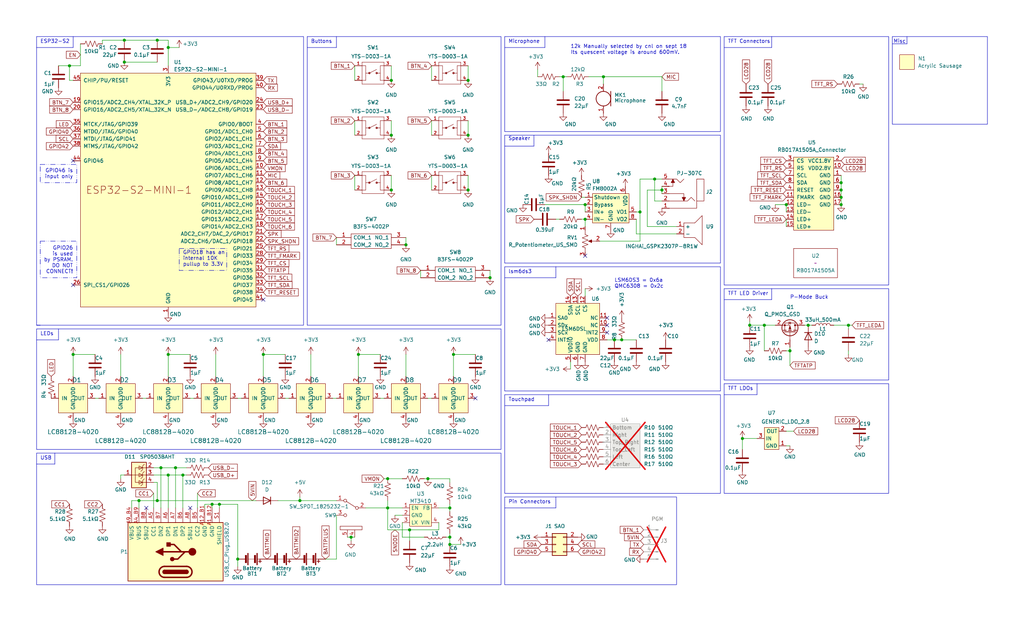
<source format=kicad_sch>
(kicad_sch (version 20231120) (generator "eeschema") (generator_version "8.0")
  (paper "USLegal")
  (junction (at 60.96 162.56))
  (junction (at 142.24 184.15))
  (junction (at 58.42 123.19))
  (junction (at 134.62 166.37))
  (junction (at 54.61 13.97))
  (junction (at 135.89 66.04))
  (junction (at 280.67 113.03))
  (junction (at 229.87 66.04))
  (junction (at 260.35 113.03))
  (junction (at 124.46 123.19))
  (junction (at 91.44 123.19))
  (junction (at 222.25 73.66))
  (junction (at 213.36 118.11))
  (junction (at 162.56 66.04))
  (junction (at 54.61 173.99))
  (junction (at 257.81 152.4))
  (junction (at 73.66 175.26))
  (junction (at 55.88 162.56))
  (junction (at 63.5 165.1))
  (junction (at 140.97 85.09))
  (junction (at 273.05 71.12))
  (junction (at 135.89 27.94))
  (junction (at 162.56 46.99))
  (junction (at 43.18 21.59))
  (junction (at 134.62 176.53))
  (junction (at 294.64 113.03))
  (junction (at 203.2 76.2))
  (junction (at 292.1 71.12))
  (junction (at 82.55 194.31))
  (junction (at 58.42 16.51))
  (junction (at 43.18 13.97))
  (junction (at 104.14 173.99))
  (junction (at 162.56 27.94))
  (junction (at 48.26 173.99))
  (junction (at 274.32 121.92))
  (junction (at 76.2 175.26))
  (junction (at 157.48 123.19))
  (junction (at 227.33 62.23))
  (junction (at 58.42 165.1))
  (junction (at 292.1 66.04))
  (junction (at 148.59 166.37))
  (junction (at 121.92 186.69))
  (junction (at 215.9 118.11))
  (junction (at 24.13 22.86))
  (junction (at 195.58 26.67))
  (junction (at 25.4 123.19))
  (junction (at 156.21 186.69))
  (junction (at 135.89 46.99))
  (junction (at 156.21 189.23))
  (junction (at 265.43 113.03))
  (junction (at 203.2 71.12))
  (junction (at 156.21 176.53))
  (junction (at 292.1 68.58))
  (junction (at 170.18 96.52))
  (junction (at 292.1 63.5))
  (junction (at 209.55 26.67))
  (no_connect (at 165.1 138.43))
  (no_connect (at 210.82 110.49))
  (no_connect (at 190.5 118.11))
  (no_connect (at 210.82 113.03))
  (no_connect (at 66.04 176.53))
  (no_connect (at 50.8 176.53))
  (no_connect (at 91.44 104.14))
  (no_connect (at 210.82 115.57))
  (no_connect (at 203.2 88.9))
  (no_connect (at 25.4 99.06))
  (no_connect (at 25.4 55.88))
  (wire (pts (xy 274.32 154.94) (xy 273.05 154.94)))
  (wire (pts (xy 54.61 173.99) (xy 88.9 173.99)))
  (wire (pts (xy 45.72 173.99) (xy 45.72 176.53)))
  (wire (pts (xy 222.25 83.82) (xy 222.25 73.66)))
  (polyline (pts (xy 12.7 16.51) (xy 25.4 16.51)))
  (wire (pts (xy 193.04 76.2) (xy 194.31 76.2)))
  (wire (pts (xy 147.32 166.37) (xy 148.59 166.37)))
  (wire (pts (xy 274.32 127) (xy 274.32 121.92)))
  (wire (pts (xy 58.42 13.97) (xy 58.42 16.51)))
  (polyline (pts (xy 190.5 140.97) (xy 190.5 137.16)))
  (wire (pts (xy 189.23 71.12) (xy 203.2 71.12)))
  (wire (pts (xy 71.12 176.53) (xy 71.12 175.26)))
  (polyline (pts (xy 175.26 50.8) (xy 185.42 50.8)))
  (wire (pts (xy 123.19 41.91) (xy 123.19 46.99)))
  (polyline (pts (xy 116.84 16.51) (xy 116.84 12.7)))
  (wire (pts (xy 170.18 93.98) (xy 170.18 96.52)))
  (wire (pts (xy 229.87 64.77) (xy 229.87 66.04)))
  (wire (pts (xy 134.62 173.99) (xy 134.62 176.53)))
  (wire (pts (xy 227.33 62.23) (xy 229.87 62.23)))
  (wire (pts (xy 257.81 156.21) (xy 257.81 152.4)))
  (wire (pts (xy 134.62 176.53) (xy 139.7 176.53)))
  (wire (pts (xy 91.44 123.19) (xy 91.44 130.81)))
  (wire (pts (xy 220.98 81.28) (xy 234.95 81.28)))
  (wire (pts (xy 148.59 166.37) (xy 156.21 166.37)))
  (polyline (pts (xy 251.46 16.51) (xy 267.97 16.51)))
  (wire (pts (xy 135.89 60.96) (xy 135.89 66.04)))
  (wire (pts (xy 140.97 123.19) (xy 140.97 130.81)))
  (wire (pts (xy 53.34 165.1) (xy 58.42 165.1)))
  (wire (pts (xy 66.04 138.43) (xy 67.31 138.43)))
  (wire (pts (xy 116.84 82.55) (xy 116.84 85.09)))
  (wire (pts (xy 135.89 22.86) (xy 135.89 27.94)))
  (wire (pts (xy 24.13 27.94) (xy 25.4 27.94)))
  (wire (pts (xy 294.64 113.03) (xy 295.91 113.03)))
  (wire (pts (xy 186.69 24.13) (xy 186.69 26.67)))
  (wire (pts (xy 58.42 123.19) (xy 66.04 123.19)))
  (wire (pts (xy 292.1 66.04) (xy 292.1 68.58)))
  (wire (pts (xy 41.91 166.37) (xy 41.91 165.1)))
  (wire (pts (xy 48.26 173.99) (xy 48.26 176.53)))
  (wire (pts (xy 49.53 138.43) (xy 50.8 138.43)))
  (wire (pts (xy 156.21 176.53) (xy 156.21 177.8)))
  (wire (pts (xy 195.58 26.67) (xy 194.31 26.67)))
  (wire (pts (xy 115.57 138.43) (xy 116.84 138.43)))
  (wire (pts (xy 134.62 176.53) (xy 134.62 184.15)))
  (wire (pts (xy 82.55 194.31) (xy 82.55 196.85)))
  (wire (pts (xy 273.05 71.12) (xy 273.05 73.66)))
  (wire (pts (xy 91.44 123.19) (xy 99.06 123.19)))
  (wire (pts (xy 123.19 60.96) (xy 123.19 66.04)))
  (polyline (pts (xy 25.4 16.51) (xy 25.4 12.7)))
  (wire (pts (xy 209.55 26.67) (xy 229.87 26.67)))
  (wire (pts (xy 58.42 165.1) (xy 58.42 176.53)))
  (polyline (pts (xy 267.97 104.14) (xy 267.97 100.33)))
  (wire (pts (xy 156.21 175.26) (xy 156.21 176.53)))
  (wire (pts (xy 35.56 15.24) (xy 35.56 13.97)))
  (wire (pts (xy 195.58 26.67) (xy 196.85 26.67)))
  (wire (pts (xy 222.25 62.23) (xy 222.25 73.66)))
  (polyline (pts (xy 251.46 104.14) (xy 267.97 104.14)))
  (wire (pts (xy 260.35 113.03) (xy 265.43 113.03)))
  (wire (pts (xy 299.72 29.21) (xy 298.45 29.21)))
  (polyline (pts (xy 20.32 118.11) (xy 20.32 114.3)))
  (wire (pts (xy 124.46 123.19) (xy 132.08 123.19)))
  (polyline (pts (xy 251.46 137.16) (xy 262.89 137.16)))
  (wire (pts (xy 198.12 128.27) (xy 198.12 125.73)))
  (wire (pts (xy 139.7 186.69) (xy 147.32 186.69)))
  (polyline (pts (xy 106.68 16.51) (xy 116.84 16.51)))
  (polyline (pts (xy 185.42 46.99) (xy 185.42 50.8)))
  (wire (pts (xy 58.42 123.19) (xy 58.42 130.81)))
  (wire (pts (xy 139.7 181.61) (xy 139.7 186.69)))
  (polyline (pts (xy 193.04 96.52) (xy 193.04 92.71)))
  (wire (pts (xy 280.67 113.03) (xy 281.94 113.03)))
  (wire (pts (xy 201.93 68.58) (xy 203.2 68.58)))
  (wire (pts (xy 96.52 173.99) (xy 104.14 173.99)))
  (wire (pts (xy 229.87 66.04) (xy 224.79 66.04)))
  (wire (pts (xy 227.33 69.85) (xy 229.87 69.85)))
  (wire (pts (xy 58.42 16.51) (xy 62.23 16.51)))
  (wire (pts (xy 162.56 41.91) (xy 162.56 46.99)))
  (wire (pts (xy 156.21 166.37) (xy 156.21 167.64)))
  (wire (pts (xy 224.79 78.74) (xy 234.95 78.74)))
  (polyline (pts (xy 193.04 176.53) (xy 193.04 172.72)))
  (wire (pts (xy 229.87 66.04) (xy 229.87 67.31)))
  (wire (pts (xy 107.95 123.19) (xy 107.95 130.81)))
  (wire (pts (xy 43.18 21.59) (xy 54.61 21.59)))
  (wire (pts (xy 265.43 113.03) (xy 265.43 121.92)))
  (wire (pts (xy 74.93 123.19) (xy 74.93 130.81)))
  (wire (pts (xy 204.47 26.67) (xy 209.55 26.67)))
  (wire (pts (xy 71.12 175.26) (xy 73.66 175.26)))
  (wire (pts (xy 142.24 184.15) (xy 152.4 184.15)))
  (wire (pts (xy 149.86 60.96) (xy 149.86 66.04)))
  (wire (pts (xy 104.14 173.99) (xy 116.84 173.99)))
  (wire (pts (xy 82.55 138.43) (xy 83.82 138.43)))
  (wire (pts (xy 157.48 123.19) (xy 157.48 130.81)))
  (wire (pts (xy 152.4 184.15) (xy 152.4 181.61)))
  (wire (pts (xy 123.19 22.86) (xy 123.19 27.94)))
  (polyline (pts (xy 12.7 118.11) (xy 20.32 118.11)))
  (wire (pts (xy 45.72 173.99) (xy 48.26 173.99)))
  (wire (pts (xy 73.66 175.26) (xy 73.66 176.53)))
  (wire (pts (xy 292.1 68.58) (xy 292.1 71.12)))
  (wire (pts (xy 195.58 31.75) (xy 195.58 26.67)))
  (wire (pts (xy 53.34 171.45) (xy 53.34 176.53)))
  (wire (pts (xy 63.5 165.1) (xy 63.5 176.53)))
  (wire (pts (xy 27.94 22.86) (xy 24.13 22.86)))
  (wire (pts (xy 294.64 114.3) (xy 294.64 113.03)))
  (wire (pts (xy 201.93 76.2) (xy 203.2 76.2)))
  (wire (pts (xy 156.21 189.23) (xy 160.02 189.23)))
  (wire (pts (xy 273.05 76.2) (xy 273.05 78.74)))
  (wire (pts (xy 210.82 118.11) (xy 213.36 118.11)))
  (wire (pts (xy 209.55 26.67) (xy 209.55 29.21)))
  (wire (pts (xy 213.36 118.11) (xy 215.9 118.11)))
  (wire (pts (xy 203.2 100.33) (xy 203.2 102.87)))
  (wire (pts (xy 76.2 175.26) (xy 76.2 176.53)))
  (wire (pts (xy 55.88 162.56) (xy 60.96 162.56)))
  (wire (pts (xy 60.96 162.56) (xy 64.77 162.56)))
  (wire (pts (xy 220.98 81.28) (xy 220.98 76.2)))
  (wire (pts (xy 25.4 123.19) (xy 25.4 130.81)))
  (wire (pts (xy 41.91 123.19) (xy 41.91 130.81)))
  (wire (pts (xy 20.32 22.86) (xy 24.13 22.86)))
  (polyline (pts (xy 19.05 161.29) (xy 19.05 157.48)))
  (wire (pts (xy 215.9 118.11) (xy 220.98 118.11)))
  (wire (pts (xy 68.58 171.45) (xy 68.58 176.53)))
  (wire (pts (xy 162.56 22.86) (xy 162.56 27.94)))
  (wire (pts (xy 289.56 113.03) (xy 294.64 113.03)))
  (wire (pts (xy 124.46 123.19) (xy 124.46 130.81)))
  (wire (pts (xy 156.21 186.69) (xy 156.21 189.23)))
  (wire (pts (xy 134.62 184.15) (xy 142.24 184.15)))
  (polyline (pts (xy 175.26 176.53) (xy 193.04 176.53)))
  (wire (pts (xy 121.92 186.69) (xy 123.19 186.69)))
  (wire (pts (xy 203.2 76.2) (xy 203.2 78.74)))
  (wire (pts (xy 24.13 22.86) (xy 24.13 27.94)))
  (wire (pts (xy 292.1 60.96) (xy 292.1 63.5)))
  (wire (pts (xy 73.66 175.26) (xy 76.2 175.26)))
  (wire (pts (xy 58.42 165.1) (xy 63.5 165.1)))
  (wire (pts (xy 269.24 71.12) (xy 273.05 71.12)))
  (wire (pts (xy 227.33 62.23) (xy 227.33 69.85)))
  (wire (pts (xy 35.56 13.97) (xy 43.18 13.97)))
  (wire (pts (xy 273.05 149.86) (xy 275.59 149.86)))
  (wire (pts (xy 134.62 166.37) (xy 139.7 166.37)))
  (wire (pts (xy 120.65 186.69) (xy 121.92 186.69)))
  (wire (pts (xy 60.96 162.56) (xy 60.96 176.53)))
  (wire (pts (xy 82.55 175.26) (xy 82.55 194.31)))
  (wire (pts (xy 274.32 121.92) (xy 274.32 120.65)))
  (wire (pts (xy 260.35 111.76) (xy 260.35 113.03)))
  (wire (pts (xy 134.62 176.53) (xy 127 176.53)))
  (wire (pts (xy 99.06 138.43) (xy 100.33 138.43)))
  (wire (pts (xy 146.05 93.98) (xy 146.05 96.52)))
  (polyline (pts (xy 314.96 12.7) (xy 314.96 15.24)))
  (polyline (pts (xy 189.23 16.51) (xy 189.23 12.7)))
  (wire (pts (xy 152.4 176.53) (xy 156.21 176.53)))
  (wire (pts (xy 142.24 184.15) (xy 142.24 187.96)))
  (polyline (pts (xy 175.26 16.51) (xy 189.23 16.51)))
  (polyline (pts (xy 175.26 140.97) (xy 190.5 140.97)))
  (wire (pts (xy 63.5 165.1) (xy 64.77 165.1)))
  (wire (pts (xy 76.2 175.26) (xy 82.55 175.26)))
  (wire (pts (xy 149.86 22.86) (xy 149.86 27.94)))
  (wire (pts (xy 43.18 13.97) (xy 54.61 13.97)))
  (polyline (pts (xy 12.7 113.03) (xy 13.97 113.03)))
  (wire (pts (xy 280.67 113.03) (xy 279.4 113.03)))
  (wire (pts (xy 148.59 138.43) (xy 149.86 138.43)))
  (wire (pts (xy 54.61 167.64) (xy 54.61 173.99)))
  (wire (pts (xy 116.84 194.31) (xy 113.03 194.31)))
  (wire (pts (xy 54.61 167.64) (xy 53.34 167.64)))
  (wire (pts (xy 156.21 185.42) (xy 156.21 186.69)))
  (wire (pts (xy 27.94 15.24) (xy 27.94 22.86)))
  (wire (pts (xy 132.08 138.43) (xy 133.35 138.43)))
  (polyline (pts (xy 309.88 15.24) (xy 314.96 15.24)))
  (polyline (pts (xy 262.89 137.16) (xy 262.89 133.35)))
  (wire (pts (xy 48.26 173.99) (xy 54.61 173.99)))
  (wire (pts (xy 273.05 121.92) (xy 274.32 121.92)))
  (wire (pts (xy 54.61 13.97) (xy 58.42 13.97)))
  (wire (pts (xy 208.28 83.82) (xy 222.25 83.82)))
  (wire (pts (xy 55.88 162.56) (xy 53.34 162.56)))
  (wire (pts (xy 149.86 41.91) (xy 149.86 46.99)))
  (wire (pts (xy 257.81 152.4) (xy 262.89 152.4)))
  (polyline (pts (xy 12.7 161.29) (xy 19.05 161.29)))
  (wire (pts (xy 294.64 121.92) (xy 294.64 123.19)))
  (wire (pts (xy 140.97 82.55) (xy 140.97 85.09)))
  (wire (pts (xy 116.84 179.07) (xy 116.84 194.31)))
  (wire (pts (xy 137.16 179.07) (xy 139.7 179.07)))
  (wire (pts (xy 222.25 62.23) (xy 227.33 62.23)))
  (wire (pts (xy 162.56 60.96) (xy 162.56 66.04)))
  (wire (pts (xy 203.2 71.12) (xy 203.2 73.66)))
  (wire (pts (xy 55.88 162.56) (xy 55.88 176.53)))
  (wire (pts (xy 104.14 172.72) (xy 104.14 173.99)))
  (wire (pts (xy 222.25 73.66) (xy 220.98 73.66)))
  (wire (pts (xy 224.79 66.04) (xy 224.79 78.74)))
  (wire (pts (xy 292.1 63.5) (xy 292.1 66.04)))
  (wire (pts (xy 154.94 186.69) (xy 156.21 186.69)))
  (wire (pts (xy 135.89 41.91) (xy 135.89 46.99)))
  (wire (pts (xy 33.02 138.43) (xy 34.29 138.43)))
  (wire (pts (xy 121.92 186.69) (xy 121.92 187.96)))
  (polyline (pts (xy 267.97 16.51) (xy 267.97 12.7)))
  (wire (pts (xy 265.43 113.03) (xy 269.24 113.03)))
  (wire (pts (xy 41.91 165.1) (xy 43.18 165.1)))
  (wire (pts (xy 229.87 26.67) (xy 229.87 31.75)))
  (wire (pts (xy 58.42 16.51) (xy 58.42 22.86)))
  (wire (pts (xy 133.35 166.37) (xy 134.62 166.37)))
  (polyline (pts (xy 175.26 96.52) (xy 193.04 96.52)))
  (wire (pts (xy 25.4 123.19) (xy 33.02 123.19)))
  (wire (pts (xy 157.48 123.19) (xy 165.1 123.19)))
  (rectangle (start 251.46 12.7) (end 308.61 99.06))
  (rectangle (start 251.46 133.35) (end 308.61 171.45))
  (rectangle (start 251.46 100.33) (end 308.61 132.08))
  (rectangle (start 175.26 92.71) (end 250.19 135.89))
  (rectangle (start 175.26 137.16) (end 250.19 171.45))
  (rectangle (start 175.26 12.7) (end 250.19 45.72))
  (rectangle (start 13.97 57.15) (end 26.67 63.5) (stroke (width 0) (type dash_dot_dot)))
  (rectangle (start 62.23 86.36) (end 78.74 93.98) (stroke (width 0) (type dash_dot_dot)))
  (rectangle (start 12.7 157.48) (end 173.99 203.2))
  (rectangle (start 12.7 114.3) (end 173.99 156.21))
  (rectangle (start 106.68 12.7) (end 173.99 113.03))
  (rectangle (start 13.97 83.82) (end 26.67 96.52) (stroke (width 0) (type dash_dot_dot)))
  (rectangle (start 309.88 12.7) (end 342.9 43.18))
  (rectangle (start 175.26 172.72) (end 234.95 203.2))
  (rectangle (start 175.26 46.99) (end 250.19 91.44))
  (rectangle (start 12.7 12.7) (end 105.41 113.03))
  (text "Pin Connectors" (at 176.53 175.26 0) (effects (font (size 1.27 1.27)) (justify left bottom)))
  (text "GPIO46 is\ninput only" (at 25.4 62.23 0) (effects (font (size 1.27 1.27)) (justify right bottom)))
  (text "TFT LDOs" (at 252.73 135.89 0) (effects (font (size 1.27 1.27)) (justify left bottom)))
  (text "P-Mode Buck" (at 274.32 104.14 0) (effects (font (size 1.27 1.27)) (justify left bottom)))
  (text "Touchpad" (at 176.53 139.7 0) (effects (font (size 1.27 1.27)) (justify left bottom)))
  (text "lsm6ds3" (at 176.53 95.25 0) (effects (font (size 1.27 1.27)) (justify left bottom)))
  (text "Speaker" (at 180.34 48.26 0) (effects (font (size 1.27 1.27))))
  (text "LSM6DS3 = 0x6a\nQMC6308 = 0x2c" (at 213.36 100.33 0) (effects (font (size 1.27 1.27)) (justify left bottom)))
  (text "12k Manually selected by cnl on sept 18\nIts quescent voltage is around 600mV." (at 198.12 19.05 0) (effects (font (size 1.27 1.27)) (justify left bottom)))
  (text "Buttons" (at 107.95 15.24 0) (effects (font (size 1.27 1.27)) (justify left bottom)))
  (text "GPIO26\nis used\nby PSRAM.\nDO NOT\nCONNECT!" (at 25.4 95.25 0) (effects (font (size 1.27 1.27)) (justify right bottom)))
  (text "ESP32-S2" (at 13.97 15.24 0) (effects (font (size 1.27 1.27)) (justify left bottom)))
  (text "GPIO18 has an\ninternal 10K\npullup to 3.3V" (at 63.5 92.71 0) (effects (font (size 1.27 1.27)) (justify left bottom)))
  (text "Microphone" (at 176.53 15.24 0) (effects (font (size 1.27 1.27)) (justify left bottom)))
  (text "LEDs" (at 13.97 116.84 0) (effects (font (size 1.27 1.27)) (justify left bottom)))
  (text "TFT LED Driver" (at 252.73 102.87 0) (effects (font (size 1.27 1.27)) (justify left bottom)))
  (text "TFT Connectors" (at 252.73 15.24 0) (effects (font (size 1.27 1.27)) (justify left bottom)))
  (text "USB" (at 13.97 160.02 0) (effects (font (size 1.27 1.27)) (justify left bottom)))
  (text "Misc" (at 312.42 14.478 0) (effects (font (size 1.27 1.27))))
  (global_label "TOUCH_4" (shape input) (at 201.93 158.75 180) (property "Intersheetrefs" "${INTERSHEET_REFS}" (effects (hide yes))))
  (global_label "RX" (shape input) (at 91.44 30.48 0) (property "Intersheetrefs" "${INTERSHEET_REFS}" (effects (hide yes))))
  (global_label "TOUCH_1" (shape input) (at 91.44 66.04 0) (property "Intersheetrefs" "${INTERSHEET_REFS}" (effects (hide yes))))
  (global_label "SCL" (shape input) (at 200.66 189.23 0) (property "Intersheetrefs" "${INTERSHEET_REFS}" (effects (hide yes))))
  (global_label "MIC" (shape input) (at 91.44 60.96 0) (property "Intersheetrefs" "${INTERSHEET_REFS}" (effects (hide yes))))
  (global_label "TFT_LEDA" (shape input) (at 273.05 76.2 180) (property "Intersheetrefs" "${INTERSHEET_REFS}" (effects (hide yes))))
  (global_label "BTN_8" (shape input) (at 146.05 93.98 180) (property "Intersheetrefs" "${INTERSHEET_REFS}" (effects (hide yes))))
  (global_label "TFT_SCL" (shape input) (at 273.05 60.96 180) (property "Intersheetrefs" "${INTERSHEET_REFS}" (effects (hide yes))))
  (global_label "GPIO40" (shape input) (at 25.4 45.72 180) (property "Intersheetrefs" "${INTERSHEET_REFS}" (effects (hide yes))))
  (global_label "TFT_SDA" (shape input) (at 273.05 63.5 180) (property "Intersheetrefs" "${INTERSHEET_REFS}" (effects (hide yes))))
  (global_label "GPIO40" (shape input) (at 187.96 191.77 180) (property "Intersheetrefs" "${INTERSHEET_REFS}" (effects (hide yes))))
  (global_label "USB_D-" (shape input) (at 72.39 162.56 0) (property "Intersheetrefs" "${INTERSHEET_REFS}" (effects (hide yes))))
  (global_label "LCD28" (shape input) (at 266.7 29.21 90) (property "Intersheetrefs" "${INTERSHEET_REFS}" (effects (hide yes))))
  (global_label "TFTATP" (shape input) (at 274.32 127 0) (property "Intersheetrefs" "${INTERSHEET_REFS}" (effects (hide yes))))
  (global_label "USB_D-" (shape input) (at 91.44 38.1 0) (property "Intersheetrefs" "${INTERSHEET_REFS}" (effects (hide yes))))
  (global_label "SPK_SHDN" (shape input) (at 201.93 68.58 180) (property "Intersheetrefs" "${INTERSHEET_REFS}" (effects (hide yes))))
  (global_label "LCD28" (shape input) (at 292.1 55.88 0) (property "Intersheetrefs" "${INTERSHEET_REFS}" (effects (hide yes))))
  (global_label "TFT_FMARK" (shape input) (at 273.05 68.58 180) (property "Intersheetrefs" "${INTERSHEET_REFS}" (effects (hide yes))))
  (global_label "LCD28" (shape input) (at 259.08 29.21 90) (property "Intersheetrefs" "${INTERSHEET_REFS}" (effects (hide yes))))
  (global_label "BATTMID" (shape input) (at 92.71 194.31 90) (property "Intersheetrefs" "${INTERSHEET_REFS}" (effects (hide yes))))
  (global_label "CC1" (shape input) (at 53.34 171.45 180) (property "Intersheetrefs" "${INTERSHEET_REFS}" (effects (hide yes))))
  (global_label "BTN_6" (shape input) (at 91.44 63.5 0) (property "Intersheetrefs" "${INTERSHEET_REFS}" (effects (hide yes))))
  (global_label "TOUCH_3" (shape input) (at 201.93 161.29 180) (property "Intersheetrefs" "${INTERSHEET_REFS}" (effects (hide yes))))
  (global_label "BTN_5" (shape input) (at 149.86 41.91 180) (property "Intersheetrefs" "${INTERSHEET_REFS}" (effects (hide yes))))
  (global_label "LED" (shape input) (at 17.78 130.81 90) (property "Intersheetrefs" "${INTERSHEET_REFS}" (effects (hide yes))))
  (global_label "BTN_2" (shape input) (at 123.19 41.91 180) (property "Intersheetrefs" "${INTERSHEET_REFS}" (effects (hide yes))))
  (global_label "TFT_SDA" (shape input) (at 91.44 99.06 0) (property "Intersheetrefs" "${INTERSHEET_REFS}" (effects (hide yes))))
  (global_label "BTN_1" (shape input) (at 123.19 22.86 180) (property "Intersheetrefs" "${INTERSHEET_REFS}" (effects (hide yes))))
  (global_label "TOUCH_1" (shape input) (at 201.93 148.59 180) (property "Intersheetrefs" "${INTERSHEET_REFS}" (effects (hide yes))))
  (global_label "TFT_LEDA" (shape input) (at 295.91 113.03 0) (property "Intersheetrefs" "${INTERSHEET_REFS}" (effects (hide yes))))
  (global_label "CC1" (shape input) (at 24.13 175.26 180) (property "Intersheetrefs" "${INTERSHEET_REFS}" (effects (hide yes))))
  (global_label "TX" (shape input) (at 91.44 27.94 0) (property "Intersheetrefs" "${INTERSHEET_REFS}" (effects (hide yes))))
  (global_label "LCD28" (shape input) (at 292.1 58.42 0) (property "Intersheetrefs" "${INTERSHEET_REFS}" (effects (hide yes))))
  (global_label "TOUCH_6" (shape input) (at 91.44 78.74 0) (property "Intersheetrefs" "${INTERSHEET_REFS}" (effects (hide yes))))
  (global_label "TFT_RS" (shape input) (at 290.83 29.21 180) (property "Intersheetrefs" "${INTERSHEET_REFS}" (effects (hide yes))))
  (global_label "BTN_4" (shape input) (at 91.44 53.34 0) (property "Intersheetrefs" "${INTERSHEET_REFS}" (effects (hide yes))))
  (global_label "TOUCH_5" (shape input) (at 201.93 153.67 180) (property "Intersheetrefs" "${INTERSHEET_REFS}" (effects (hide yes))))
  (global_label "LED" (shape input) (at 25.4 43.18 180) (property "Intersheetrefs" "${INTERSHEET_REFS}" (effects (hide yes))))
  (global_label "TFT_SCL" (shape input) (at 91.44 96.52 0) (property "Intersheetrefs" "${INTERSHEET_REFS}" (effects (hide yes))))
  (global_label "BATTPLUS" (shape input) (at 113.03 194.31 90) (property "Intersheetrefs" "${INTERSHEET_REFS}" (effects (hide yes))))
  (global_label "SDA" (shape input) (at 91.44 50.8 0) (property "Intersheetrefs" "${INTERSHEET_REFS}" (effects (hide yes))))
  (global_label "5VIN" (shape input) (at 223.52 186.69 180) (property "Intersheetrefs" "${INTERSHEET_REFS}" (effects (hide yes))))
  (global_label "LCD28" (shape input) (at 275.59 149.86 0) (property "Intersheetrefs" "${INTERSHEET_REFS}" (effects (hide yes))))
  (global_label "GPIO42" (shape input) (at 25.4 50.8 180) (property "Intersheetrefs" "${INTERSHEET_REFS}" (effects (hide yes))))
  (global_label "TX" (shape input) (at 223.52 189.23 180) (property "Intersheetrefs" "${INTERSHEET_REFS}" (effects (hide yes))))
  (global_label "BTN_4" (shape input) (at 149.86 22.86 180) (property "Intersheetrefs" "${INTERSHEET_REFS}" (effects (hide yes))))
  (global_label "BTN_7" (shape input) (at 25.4 35.56 180) (property "Intersheetrefs" "${INTERSHEET_REFS}" (effects (hide yes))))
  (global_label "TOUCH_3" (shape input) (at 91.44 71.12 0) (property "Intersheetrefs" "${INTERSHEET_REFS}" (effects (hide yes))))
  (global_label "TOUCH_6" (shape input) (at 201.93 156.21 180) (property "Intersheetrefs" "${INTERSHEET_REFS}" (effects (hide yes))))
  (global_label "RX" (shape input) (at 223.52 191.77 180) (property "Intersheetrefs" "${INTERSHEET_REFS}" (effects (hide yes))))
  (global_label "TFT_RS" (shape input) (at 273.05 58.42 180) (property "Intersheetrefs" "${INTERSHEET_REFS}" (effects (hide yes))))
  (global_label "VMON" (shape input) (at 91.44 58.42 0) (property "Intersheetrefs" "${INTERSHEET_REFS}" (effects (hide yes))))
  (global_label "BTN_5" (shape input) (at 91.44 55.88 0) (property "Intersheetrefs" "${INTERSHEET_REFS}" (effects (hide yes))))
  (global_label "SPK_SHDN" (shape input) (at 91.44 83.82 0) (property "Intersheetrefs" "${INTERSHEET_REFS}" (effects (hide yes))))
  (global_label "SCL" (shape input) (at 200.66 102.87 90) (property "Intersheetrefs" "${INTERSHEET_REFS}" (effects (hide yes))))
  (global_label "LCD28" (shape input) (at 298.45 146.05 180) (property "Intersheetrefs" "${INTERSHEET_REFS}" (effects (hide yes))))
  (global_label "USB_D+" (shape input) (at 72.39 165.1 0) (property "Intersheetrefs" "${INTERSHEET_REFS}" (effects (hide yes))))
  (global_label "TFTATP" (shape input) (at 91.44 93.98 0) (property "Intersheetrefs" "${INTERSHEET_REFS}" (effects (hide yes))))
  (global_label "TFT_CS" (shape input) (at 91.44 91.44 0) (property "Intersheetrefs" "${INTERSHEET_REFS}" (effects (hide yes))))
  (global_label "CC2" (shape input) (at 35.56 175.26 180) (property "Intersheetrefs" "${INTERSHEET_REFS}" (effects (hide yes))))
  (global_label "BTN_6" (shape input) (at 149.86 60.96 180) (property "Intersheetrefs" "${INTERSHEET_REFS}" (effects (hide yes))))
  (global_label "SCL" (shape input) (at 25.4 48.26 180) (property "Intersheetrefs" "${INTERSHEET_REFS}" (effects (hide yes))))
  (global_label "5VIN" (shape input) (at 87.63 173.99 90) (property "Intersheetrefs" "${INTERSHEET_REFS}" (effects (hide yes))))
  (global_label "SNODE" (shape input) (at 137.16 184.15 270) (property "Intersheetrefs" "${INTERSHEET_REFS}" (effects (hide yes))))
  (global_label "GPIO42" (shape input) (at 200.66 191.77 0) (property "Intersheetrefs" "${INTERSHEET_REFS}" (effects (hide yes))))
  (global_label "SPK" (shape input) (at 91.44 81.28 0) (property "Intersheetrefs" "${INTERSHEET_REFS}" (effects (hide yes))))
  (global_label "TFT_RS" (shape input) (at 91.44 86.36 0) (property "Intersheetrefs" "${INTERSHEET_REFS}" (effects (hide yes))))
  (global_label "CC2" (shape input) (at 68.58 171.45 0) (property "Intersheetrefs" "${INTERSHEET_REFS}" (effects (hide yes))))
  (global_label "BTN_3" (shape input) (at 91.44 48.26 0) (property "Intersheetrefs" "${INTERSHEET_REFS}" (effects (hide yes))))
  (global_label "SDA" (shape input) (at 187.96 189.23 180) (property "Intersheetrefs" "${INTERSHEET_REFS}" (effects (hide yes))))
  (global_label "TFT_CS" (shape input) (at 273.05 55.88 180) (property "Intersheetrefs" "${INTERSHEET_REFS}" (effects (hide yes))))
  (global_label "SDA" (shape input) (at 198.12 102.87 90) (property "Intersheetrefs" "${INTERSHEET_REFS}" (effects (hide yes))))
  (global_label "BTN_8" (shape input) (at 25.4 38.1 180) (property "Intersheetrefs" "${INTERSHEET_REFS}" (effects (hide yes))))
  (global_label "USB_D+" (shape input) (at 91.44 35.56 0) (property "Intersheetrefs" "${INTERSHEET_REFS}" (effects (hide yes))))
  (global_label "TOUCH_2" (shape input) (at 91.44 68.58 0) (property "Intersheetrefs" "${INTERSHEET_REFS}" (effects (hide yes))))
  (global_label "TOUCH_2" (shape input) (at 201.93 151.13 180) (property "Intersheetrefs" "${INTERSHEET_REFS}" (effects (hide yes))))
  (global_label "VMON" (shape input) (at 133.35 166.37 180) (property "Intersheetrefs" "${INTERSHEET_REFS}" (effects (hide yes))))
  (global_label "MIC" (shape input) (at 229.87 26.67 0) (property "Intersheetrefs" "${INTERSHEET_REFS}" (effects (hide yes))))
  (global_label "BTN_3" (shape input) (at 123.19 60.96 180) (property "Intersheetrefs" "${INTERSHEET_REFS}" (effects (hide yes))))
  (global_label "EN" (shape input) (at 27.94 19.05 180) (property "Intersheetrefs" "${INTERSHEET_REFS}" (effects (hide yes))))
  (global_label "TFT_RESET" (shape input) (at 273.05 66.04 180) (property "Intersheetrefs" "${INTERSHEET_REFS}" (effects (hide yes))))
  (global_label "TOUCH_4" (shape input) (at 91.44 73.66 0) (property "Intersheetrefs" "${INTERSHEET_REFS}" (effects (hide yes))))
  (global_label "BTN_2" (shape input) (at 91.44 45.72 0) (property "Intersheetrefs" "${INTERSHEET_REFS}" (effects (hide yes))))
  (global_label "BTN_1" (shape input) (at 223.52 184.15 180) (property "Intersheetrefs" "${INTERSHEET_REFS}" (effects (hide yes))))
  (global_label "TFT_RESET" (shape input) (at 91.44 101.6 0) (property "Intersheetrefs" "${INTERSHEET_REFS}" (effects (hide yes))))
  (global_label "TOUCH_5" (shape input) (at 91.44 76.2 0) (property "Intersheetrefs" "${INTERSHEET_REFS}" (effects (hide yes))))
  (global_label "BTN_7" (shape input) (at 116.84 82.55 180) (property "Intersheetrefs" "${INTERSHEET_REFS}" (effects (hide yes))))
  (global_label "BTN_1" (shape input) (at 91.44 43.18 0) (property "Intersheetrefs" "${INTERSHEET_REFS}" (effects (hide yes))))
  (global_label "SPK" (shape input) (at 185.42 76.2 180) (property "Intersheetrefs" "${INTERSHEET_REFS}" (effects (hide yes))))
  (global_label "TFT_FMARK" (shape input) (at 91.44 88.9 0) (property "Intersheetrefs" "${INTERSHEET_REFS}" (effects (hide yes))))
  (global_label "BATTMID2" (shape input) (at 102.87 194.31 90) (property "Intersheetrefs" "${INTERSHEET_REFS}" (effects (hide yes))))
  (symbol (lib_id "Swadge_Parts:GND") (at 58.42 146.05 0) (unit 1)
    (property "Reference" "#PWR019" (effects (hide yes)))
    (property "Value" "GND" (at 60.706 146.05 0))
  )
  (symbol (lib_id "Swadge_Parts:R_US") (at 205.74 158.75 90) (unit 1)
    (property "Reference" "R16" (at 225.552 158.75 90))
    (property "Value" "510Ω" (at 231.14 158.75 90))
    (property "Footprint" "Swadge_Parts:R_0603_1608Metric" (effects (hide yes)))
    (property "Cost100" "10" (effects (hide yes)))
    (property "Substitutable" "Y" (effects (hide yes)))
    (property "LCSC" "C2907048" (effects (hide yes)))
    (property "Cost @ 2.5k" "0.0007" (effects (hide yes)))
  )
  (symbol (lib_id "Swadge_Parts:+3.3V") (at 124.46 123.19 0) (unit 1)
    (property "Reference" "#PWR044" (effects (hide yes)))
    (property "Value" "+3V3" (at 124.46 118.11 0))
  )
  (symbol (lib_id "Swadge_Parts:+3.3V") (at 160.02 189.23 0) (unit 1)
    (property "Reference" "#PWR033" (effects (hide yes)))
    (property "Value" "+3V3" (at 162.814 189.23 0))
  )
  (symbol (lib_id "Swadge_Parts:GND") (at 162.56 46.99 0) (unit 1)
    (property "Reference" "#PWR05" (effects (hide yes)))
    (property "Value" "GND" (at 162.56 52.07 0))
  )
  (symbol (lib_id "Swadge_Parts:+5V") (at 104.14 172.72 0) (unit 1)
    (property "Reference" "#PWR0107" (effects (hide yes)))
    (property "Value" "+5V" (at 104.14 167.64 0))
  )
  (symbol (lib_id "Swadge_Parts:YTS-D003-1A") (at 156.21 44.45 0) (unit 1)
    (property "Reference" "SW5" (at 156.21 35.56 0))
    (property "Value" "YTS-D003-1A" (at 148.59 39.37 0) (effects (justify left bottom)))
    (property "Footprint" "Swadge_Parts:YTS-D003-1A" (effects (hide yes)))
    (property "Datasheet" "https://datasheet.lcsc.com/lcsc/2111291730_YIYUAN-YTS-D003-1A_C2910918.pdf" (effects (hide yes)))
    (property "Digikey" "2223-TS04-66-65-BK-100-SMT-ND" (effects (hide yes)))
    (property "Cost100" "1" (effects (hide yes)))
    (property "Substitutable" "Y" (effects (hide yes)))
    (property "Notes" "Use low operating force (100gf) SMT box tactile buttons" (effects (hide yes)))
    (property "LCSC" "C2910918" (effects (hide yes)))
    (property "Cost @ 2.5k" "0.0155" (effects (hide yes)))
  )
  (symbol (lib_id "Swadge_Parts:GND") (at 231.14 125.73 0) (unit 1)
    (property "Reference" "#PWR064" (effects (hide yes)))
    (property "Value" "GND" (at 227.33 128.27 0))
  )
  (symbol (lib_id "Swadge_Parts:GND") (at 269.24 71.12 0) (unit 1)
    (property "Reference" "#PWR010" (effects (hide yes)))
    (property "Value" "GND" (at 265.684 72.136 0))
  )
  (symbol (lib_id "Swadge_Parts:Q_PMOS_GSD") (at 274.32 115.57 270) (mirror x) (unit 1)
    (property "Reference" "Q1" (at 273.05 106.68 90) (effects (justify left)))
    (property "Value" "Q_PMOS_GSD" (at 265.43 109.22 90) (effects (justify left)))
    (property "Footprint" "Swadge_Parts:SOT-23" (effects (hide yes)))
    (property "Datasheet" "https://datasheet.lcsc.com/lcsc/2104011233_ALLPOWER-ShenZhen-Quan-Li-Semiconductor-AP2301B_C2763847.pdf" (effects (hide yes)))
    (property "LCSC" "C2763847" (effects (hide yes)))
    (property "Cost100" "1.54" (effects (hide yes)))
    (property "Substitutable" "Y" (effects (hide yes)))
    (property "Cost @ 2.5k" "0.0226" (effects (hide yes)))
  )
  (symbol (lib_id "Swadge_Parts:GND") (at 294.64 123.19 0) (unit 1)
    (property "Reference" "#PWR0110" (effects (hide yes)))
    (property "Value" "GND" (at 297.815 125.095 0))
  )
  (symbol (lib_id "Swadge_Parts:R_Potentiometer_US_SMD") (at 203.2 83.82 0) (unit 1)
    (property "Reference" "RV1" (at 200.66 82.5499 0) (effects (justify right)))
    (property "Value" "R_Potentiometer_US_SMD" (at 200.66 85.0899 0) (effects (justify right)))
    (property "Footprint" "Swadge_Parts:RK10J11R001Y" (effects (hide yes)))
    (property "Datasheet" "https://www.lcsc.com/datasheet/lcsc_datasheet_2304140030_ALPSALPINE-RK10J11R001Y_C470765.pdf" (effects (hide yes)))
    (property "Description" "RK10J11R001Y" (effects (hide yes)))
    (property "LCSC" "C470765" (effects (hide yes)))
    (property "Cost @ 2.5k" "0.514" (effects (hide yes)))
  )
  (symbol (lib_id "Swadge_Parts:R_US") (at 143.51 166.37 90) (unit 1)
    (property "Reference" "R22" (at 143.51 163.83 90))
    (property "Value" "10kΩ" (at 143.51 168.91 90))
    (property "Footprint" "Swadge_Parts:R_0603_1608Metric" (effects (hide yes)))
    (property "Cost100" "10" (effects (hide yes)))
    (property "Substitutable" "Y" (effects (hide yes)))
    (property "LCSC" "C25804" (effects (hide yes)))
    (property "Cost @ 2.5k" "0.0007" (effects (hide yes)))
  )
  (symbol (lib_id "Swadge_Parts:GND") (at 137.16 179.07 0) (unit 1)
    (property "Reference" "#PWR012" (effects (hide yes)))
    (property "Value" "GND" (at 137.16 182.88 0))
  )
  (symbol (lib_id "Swadge_Parts:R_US") (at 17.78 134.62 180) (unit 1)
    (property "Reference" "R4" (at 15.24 137.16 90))
    (property "Value" "33Ω" (at 15.24 132.08 90))
    (property "Footprint" "Swadge_Parts:R_0603_1608Metric" (effects (hide yes)))
    (property "Cost100" "10" (effects (hide yes)))
    (property "Substitutable" "Y" (effects (hide yes)))
    (property "LCSC" "C23140" (effects (hide yes)))
    (property "Cost @ 2.5k" "0.0008" (effects (hide yes)))
  )
  (symbol (lib_id "Swadge_Parts:GND") (at 165.1 130.81 0) (unit 1)
    (property "Reference" "#PWR036" (effects (hide yes)))
    (property "Value" "GND" (at 165.1 134.62 0))
  )
  (symbol (lib_id "Swadge_Parts:GND") (at 190.5 110.49 270) (unit 1)
    (property "Reference" "#PWR050" (effects (hide yes)))
    (property "Value" "GND" (at 185.674 110.744 90))
  )
  (symbol (lib_id "Swadge_Parts:GND") (at 298.45 153.67 0) (unit 1)
    (property "Reference" "#PWR098" (effects (hide yes)))
    (property "Value" "GND" (at 298.577 158.0642 0))
  )
  (symbol (lib_id "Swadge_Parts:SK6812-SIDE-A") (at 58.42 138.43 0) (unit 1)
    (property "Reference" "D3" (at 59.69 132.08 0) (effects (font (size 1.524 1.524))))
    (property "Value" "LC8812B-4020" (at 58.42 150.114 0) (effects (font (size 1.524 1.524))))
    (property "Footprint" "Swadge_Parts:4020PAD" (effects (hide yes)))
    (property "Datasheet" "http://www.szledcolor.com/Public/editor/attached/file/20210112/LC8812B%204020%20LED.pdf" (effects (hide yes)))
    (property "Substitutable" "Y" (effects (hide yes)))
    (property "LCSC" "C5446701" (effects (hide yes)))
    (property "Cost @ 2.5k" "0.0352" (effects (hide yes)))
  )
  (symbol (lib_id "Swadge_Parts:GND") (at 170.18 96.52 0) (unit 1)
    (property "Reference" "#PWR035" (effects (hide yes)))
    (property "Value" "GND" (at 170.18 101.6 0))
  )
  (symbol (lib_id "Swadge_Parts:R_US") (at 215.9 114.3 180) (unit 1)
    (property "Reference" "R8" (at 213.36 116.84 90))
    (property "Value" "33Ω" (at 213.36 111.76 90))
    (property "Footprint" "Swadge_Parts:R_0603_1608Metric" (effects (hide yes)))
    (property "Cost100" "10" (effects (hide yes)))
    (property "Substitutable" "Y" (effects (hide yes)))
    (property "LCSC" "C23140" (effects (hide yes)))
    (property "Cost @ 2.5k" "0.0008" (effects (hide yes)))
  )
  (symbol (lib_id "Swadge_Parts:C") (at 54.61 17.78 0) (mirror y) (unit 1)
    (property "Reference" "C3" (at 52.07 16.5099 0) (effects (justify left)))
    (property "Value" "0.1μF" (at 52.07 19.0499 0) (effects (justify left)))
    (property "Footprint" "Swadge_Parts:C_0603_1608Metric" (effects (hide yes)))
    (property "Cost100" "10" (effects (hide yes)))
    (property "Substitutable" "Y" (effects (hide yes)))
    (property "LCSC" "C282519" (effects (hide yes)))
    (property "Cost @ 2.5k" "0.0015" (effects (hide yes)))
  )
  (symbol (lib_id "Swadge_Parts:R_US") (at 294.64 29.21 90) (unit 1)
    (property "Reference" "R26" (at 294.64 26.67 90))
    (property "Value" "10kΩ" (at 294.64 31.75 90))
    (property "Footprint" "Swadge_Parts:R_0603_1608Metric" (effects (hide yes)))
    (property "Cost100" "10" (effects (hide yes)))
    (property "Substitutable" "Y" (effects (hide yes)))
    (property "LCSC" "C25804" (effects (hide yes)))
    (property "Cost @ 2.5k" "0.0007" (effects (hide yes)))
  )
  (symbol (lib_id "Swadge_Parts:R_US") (at 68.58 165.1 270) (unit 1)
    (property "Reference" "R13" (at 71.12 167.64 90))
    (property "Value" "33Ω" (at 66.04 167.64 90))
    (property "Footprint" "Swadge_Parts:R_0603_1608Metric" (effects (hide yes)))
    (property "Cost100" "10" (effects (hide yes)))
    (property "Substitutable" "Y" (effects (hide yes)))
    (property "LCSC" "C23140" (effects (hide yes)))
    (property "Cost @ 2.5k" "0.0008" (effects (hide yes)))
  )
  (symbol (lib_id "Swadge_Parts:R_US") (at 205.74 156.21 90) (unit 1)
    (property "Reference" "R15" (at 225.552 156.21 90))
    (property "Value" "510Ω" (at 231.14 156.21 90))
    (property "Footprint" "Swadge_Parts:R_0603_1608Metric" (effects (hide yes)))
    (property "Cost100" "10" (effects (hide yes)))
    (property "Substitutable" "Y" (effects (hide yes)))
    (property "LCSC" "C2907048" (effects (hide yes)))
    (property "Cost @ 2.5k" "0.0007" (effects (hide yes)))
  )
  (symbol (lib_id "Swadge_Parts:R_US") (at 200.66 26.67 90) (unit 1)
    (property "Reference" "R3" (at 201.295 29.21 90))
    (property "Value" "12kΩ" (at 200.66 24.13 90))
    (property "Footprint" "Swadge_Parts:R_0603_1608Metric" (effects (hide yes)))
    (property "Cost100" "10" (effects (hide yes)))
    (property "Substitutable" "Y" (effects (hide yes)))
    (property "LCSC" "C22790" (effects (hide yes)))
    (property "Cost @ 2.5k" "0.0008" (effects (hide yes)))
  )
  (symbol (lib_id "Swadge_Parts:YTS-D003-1A") (at 129.54 63.5 0) (unit 1)
    (property "Reference" "SW3" (at 129.54 54.61 0))
    (property "Value" "YTS-D003-1A" (at 121.92 58.42 0) (effects (justify left bottom)))
    (property "Footprint" "Swadge_Parts:YTS-D003-1A" (effects (hide yes)))
    (property "Datasheet" "https://datasheet.lcsc.com/lcsc/2111291730_YIYUAN-YTS-D003-1A_C2910918.pdf" (effects (hide yes)))
    (property "Digikey" "2223-TS04-66-65-BK-100-SMT-ND" (effects (hide yes)))
    (property "Cost100" "1" (effects (hide yes)))
    (property "Substitutable" "Y" (effects (hide yes)))
    (property "Notes" "Use low operating force (100gf) SMT box tactile buttons" (effects (hide yes)))
    (property "LCSC" "C2910918" (effects (hide yes)))
    (property "Cost @ 2.5k" "0.0155" (effects (hide yes)))
  )
  (symbol (lib_id "Swadge_Parts:GND") (at 156.21 196.85 0) (unit 1)
    (property "Reference" "#PWR077" (effects (hide yes)))
    (property "Value" "GND" (at 160.02 199.39 0))
  )
  (symbol (lib_id "Swadge_Parts:L") (at 151.13 186.69 270) (unit 1)
    (property "Reference" "L3" (at 151.13 185.42 90))
    (property "Value" "2.2uH" (at 151.13 189.23 90))
    (property "Footprint" "Swadge_Parts:L_1008_2520Metric" (effects (hide yes)))
    (property "LCSC" "C216158" (effects (hide yes)))
    (property "Cost100" "0.019" (effects (hide yes)))
    (property "Substitutable" "Y" (effects (hide yes)))
    (property "Cost @ 2.5k" "0.0331" (effects (hide yes)))
  )
  (symbol (lib_id "Swadge_Parts:GND") (at 212.09 80.01 0) (unit 1)
    (property "Reference" "#PWR09" (effects (hide yes)))
    (property "Value" "GND" (at 214.884 80.01 0))
  )
  (symbol (lib_id "Swadge_Parts:GND") (at 200.66 186.69 90) (unit 1)
    (property "Reference" "#PWR032" (effects (hide yes)))
    (property "Value" "GND" (at 205.5622 186.563 90))
  )
  (symbol (lib_id "Swadge_Parts:NULL") (at 314.96 21.59 0) (unit 1)
    (property "Reference" "N1" (at 318.77 20.3199 0) (effects (justify left)))
    (property "Value" "Acrylic Sausage" (at 318.77 22.8599 0) (effects (justify left)))
    (property "Footprint" "Swadge_Hotdog:Sausage" (effects (hide yes)))
  )
  (symbol (lib_id "Swadge_Parts:R_US") (at 35.56 179.07 180) (unit 1)
    (property "Reference" "R27" (at 34.29 177.8 0) (effects (justify left)))
    (property "Value" "5.1kΩ" (at 34.29 180.34 0) (effects (justify left)))
    (property "Footprint" "Swadge_Parts:R_0603_1608Metric" (effects (hide yes)))
    (property "Cost100" "10" (effects (hide yes)))
    (property "Substitutable" "Y" (effects (hide yes)))
    (property "LCSC" "C23186" (effects (hide yes)))
    (property "Cost @ 2.5k" "0.0008" (effects (hide yes)))
  )
  (symbol (lib_id "Swadge_Parts:GND") (at 229.87 39.37 0) (unit 1)
    (property "Reference" "#PWR0112" (effects (hide yes)))
    (property "Value" "GND" (at 232.41 43.18 0))
  )
  (symbol (lib_id "Swadge_Parts:YTS-D003-1A") (at 156.21 63.5 0) (unit 1)
    (property "Reference" "SW6" (at 156.21 54.61 0))
    (property "Value" "YTS-D003-1A" (at 148.59 58.42 0) (effects (justify left bottom)))
    (property "Footprint" "Swadge_Parts:YTS-D003-1A" (effects (hide yes)))
    (property "Datasheet" "https://datasheet.lcsc.com/lcsc/2111291730_YIYUAN-YTS-D003-1A_C2910918.pdf" (effects (hide yes)))
    (property "Digikey" "2223-TS04-66-65-BK-100-SMT-ND" (effects (hide yes)))
    (property "Cost100" "1" (effects (hide yes)))
    (property "Substitutable" "Y" (effects (hide yes)))
    (property "Notes" "Use low operating force (100gf) SMT box tactile buttons" (effects (hide yes)))
    (property "LCSC" "C2910918" (effects (hide yes)))
    (property "Cost @ 2.5k" "0.0155" (effects (hide yes)))
  )
  (symbol (lib_id "Swadge_Parts:GND") (at 181.61 71.12 0) (unit 1)
    (property "Reference" "#PWR060" (effects (hide yes)))
    (property "Value" "GND" (at 177.8 73.152 0))
  )
  (symbol (lib_id "Swadge_Parts:GND") (at 41.91 146.05 0) (unit 1)
    (property "Reference" "#PWR017" (effects (hide yes)))
    (property "Value" "GND" (at 44.196 146.05 0))
  )
  (symbol (lib_id "Swadge_Parts:GND") (at 280.67 120.65 0) (unit 1)
    (property "Reference" "#PWR049" (effects (hide yes)))
    (property "Value" "GND" (at 284.48 122.555 0))
  )
  (symbol (lib_id "Swadge_Parts:GND") (at 135.89 46.99 0) (unit 1)
    (property "Reference" "#PWR02" (effects (hide yes)))
    (property "Value" "GND" (at 135.89 52.07 0))
  )
  (symbol (lib_id "Swadge_Parts:+3.3V") (at 25.4 123.19 0) (unit 1)
    (property "Reference" "#PWR013" (effects (hide yes)))
    (property "Value" "+3V3" (at 25.4 118.11 0))
  )
  (symbol (lib_id "Swadge_Parts:GND") (at 203.2 125.73 0) (unit 1)
    (property "Reference" "#PWR039" (effects (hide yes)))
    (property "Value" "GND" (at 203.454 130.556 90))
  )
  (symbol (lib_id "Swadge_Parts:GND") (at 274.32 154.94 0) (unit 1)
    (property "Reference" "#PWR067" (effects (hide yes)))
    (property "Value" "GND" (at 274.32 158.75 0))
  )
  (symbol (lib_id "Swadge_Parts:+3.3V") (at 257.81 152.4 0) (unit 1)
    (property "Reference" "#PWR0111" (effects (hide yes)))
    (property "Value" "+3V3" (at 258.191 148.0058 0))
  )
  (symbol (lib_id "Swadge_Parts:C") (at 156.21 193.04 0) (unit 1)
    (property "Reference" "C6" (at 156.21 190.5 0) (effects (justify left)))
    (property "Value" "1μF" (at 156.21 195.58 0) (effects (justify left)))
    (property "Footprint" "Swadge_Parts:C_0603_1608Metric" (effects (hide yes)))
    (property "Cost100" "10" (effects (hide yes)))
    (property "Substitutable" "Y" (effects (hide yes)))
    (property "LCSC" "C15849" (effects (hide yes)))
    (property "Cost @ 2.5k" "0.0035" (effects (hide yes)))
  )
  (symbol (lib_id "Swadge_Parts:SP0503BAHT") (at 48.26 165.1 270) (unit 1)
    (property "Reference" "D11" (at 43.18 158.75 90) (effects (justify left)))
    (property "Value" "SP0503BAHT" (at 54.61 158.75 90))
    (property "Footprint" "Swadge_Parts:SOT-143" (effects (hide yes)))
    (property "Datasheet" "https://datasheet.lcsc.com/lcsc/2108132030_TECH-PUBLIC-TPSP0503BAHTG_C2682275.pdf" (effects (hide yes)))
    (property "Digikey" "F2715CT-ND" (effects (hide yes)))
    (property "Cost100" "95" (effects (hide yes)))
    (property "Substitutable" "Y" (effects (hide yes)))
    (property "LCSC" "C2682275" (effects (hide yes)))
    (property "Cost @ 2.5k" "0.0481" (effects (hide yes)))
  )
  (symbol (lib_id "Swadge_Parts:GND") (at 292.1 71.12 0) (unit 1)
    (property "Reference" "#PWR0103" (effects (hide yes)))
    (property "Value" "GND" (at 292.227 75.5142 0))
  )
  (symbol (lib_id "Swadge_Parts:L") (at 285.75 113.03 90) (unit 1)
    (property "Reference" "L1" (at 285.75 114.3 90))
    (property "Value" "33uH_500mA" (at 285.75 111.125 90))
    (property "Footprint" "Swadge_Parts:L_1210_3225Metric" (effects (hide yes)))
    (property "LCSC" "C90317" (effects (hide yes)))
    (property "Cost100" "11.16" (effects (hide yes)))
    (property "Substitutable" "Y" (effects (hide yes)))
    (property "Cost @ 2.5k" "0.0545" (effects (hide yes)))
  )
  (symbol (lib_id "Swadge_Parts:GND") (at 91.44 146.05 0) (unit 1)
    (property "Reference" "#PWR024" (effects (hide yes)))
    (property "Value" "GND" (at 93.726 146.05 0))
  )
  (symbol (lib_id "Swadge_Parts:GND") (at 35.56 182.88 0) (unit 1)
    (property "Reference" "#PWR07" (effects (hide yes)))
    (property "Value" "GND" (at 35.687 187.2742 0))
  )
  (symbol (lib_id "Swadge_Parts:GND") (at 257.81 163.83 0) (unit 1)
    (property "Reference" "#PWR063" (effects (hide yes)))
    (property "Value" "GND" (at 257.81 167.64 0))
  )
  (symbol (lib_id "Swadge_Parts:GND") (at 99.06 130.81 0) (unit 1)
    (property "Reference" "#PWR025" (effects (hide yes)))
    (property "Value" "GND" (at 99.06 134.62 0))
  )
  (symbol (lib_id "Swadge_Parts:ESP32-S2-MINI-1") (at 58.42 66.04 0) (unit 1)
    (property "Reference" "U1" (at 60.3759 21.59 0) (effects (justify left)))
    (property "Value" "ESP32-S2-MINI-1" (at 60.3759 24.13 0) (effects (justify left)))
    (property "Footprint" "Swadge_Parts:ESP32-S2-MINI-1" (effects (hide yes)))
    (property "Datasheet" "https://www.espressif.com/sites/default/files/documentation/esp32-s2-mini-1_esp32-s2-mini-1u_datasheet_en.pdf" (effects (hide yes)))
    (property "Notes" "Use module w. 4MB Flash, 2MB PSRAM (N4R2)" (effects (hide yes)))
    (property "LCSC" "C3013908" (effects (hide yes)))
    (property "Cost @ 2.5k" "2.0267" (effects (hide yes)))
  )
  (symbol (lib_id "Swadge_Parts:GND") (at 107.95 146.05 0) (unit 1)
    (property "Reference" "#PWR027" (effects (hide yes)))
    (property "Value" "GND" (at 110.236 146.05 0))
  )
  (symbol (lib_id "Swadge_Parts:GND") (at 190.5 113.03 270) (unit 1)
    (property "Reference" "#PWR055" (effects (hide yes)))
    (property "Value" "GND" (at 185.674 113.284 90))
  )
  (symbol (lib_id "Swadge_Parts:GND") (at 82.55 196.85 0) (unit 1)
    (property "Reference" "#PWR0108" (effects (hide yes)))
    (property "Value" "GND" (at 82.55 200.66 0))
  )
  (symbol (lib_id "Swadge_Parts:+3.3V") (at 186.69 24.13 0) (unit 1)
    (property "Reference" "#PWR0113" (effects (hide yes)))
    (property "Value" "+3V3" (at 186.055 19.685 0))
  )
  (symbol (lib_id "Swadge_Parts:+3.3V") (at 190.5 53.34 0) (unit 1)
    (property "Reference" "#PWR065" (effects (hide yes)))
    (property "Value" "+3V3" (at 192.913 49.657 0))
  )
  (symbol (lib_id "Swadge_Parts:C") (at 20.32 26.67 0) (unit 1)
    (property "Reference" "C1" (at 15.24 25.4 0) (effects (justify left)))
    (property "Value" "1μF" (at 15.24 29.21 0) (effects (justify left)))
    (property "Footprint" "Swadge_Parts:C_0603_1608Metric" (effects (hide yes)))
    (property "Cost100" "10" (effects (hide yes)))
    (property "Substitutable" "Y" (effects (hide yes)))
    (property "LCSC" "C15849" (effects (hide yes)))
    (property "Cost @ 2.5k" "0.0035" (effects (hide yes)))
  )
  (symbol (lib_name "Battery_2") (lib_id "Swadge_Parts:Battery") (at 107.95 194.31 270) (unit 1)
    (property "Reference" "BT3" (at 107.95 199.39 90))
    (property "Value" "Battery" (at 107.95 197.485 90))
    (property "Footprint" "Swadge_Parts:2460" (effects (hide yes)))
    (property "Datasheet" "https://www.keyelco.com/userAssets/file/M65p28.pdf" (effects (hide yes)))
    (property "Digikey" "36-2460-ND" (effects (hide yes)))
    (property "Cost100" "116" (effects (hide yes)))
    (property "Substitutable" "Y" (effects (hide yes)))
    (property "Notes" "Use through-hole AA Battery Holder in Style of Keystone 2460. Two fins hold batteries, not four fins." (effects (hide yes)))
    (property "Cost @ 2.5k" "0.11" (effects (hide yes)))
  )
  (symbol (lib_id "Swadge_Parts:C") (at 195.58 35.56 0) (unit 1)
    (property "Reference" "C20" (at 199.39 34.2899 0) (effects (justify left)))
    (property "Value" "22μF" (at 199.39 36.8299 0) (effects (justify left)))
    (property "Footprint" "Swadge_Parts:C_0603_1608Metric" (effects (hide yes)))
    (property "Cost100" "10" (effects (hide yes)))
    (property "Substitutable" "Y" (effects (hide yes)))
    (property "LCSC" "C159801" (effects (hide yes)))
    (property "Cost @ 2.5k" "0.0079" (effects (hide yes)))
  )
  (symbol (lib_id "Swadge_Parts:USB_C_Plug_USB2.0") (at 60.96 191.77 90) (unit 1)
    (property "Reference" "P1" (at 44.45 191.77 90) (effects (justify left)))
    (property "Value" "USB_C_Plug_USB2.0" (at 78.74 200.66 0) (effects (justify left)))
    (property "Footprint" "Swadge_Parts:USB_C_Receptacle_HRO_TYPE-C-31-M-12" (effects (hide yes)))
    (property "Datasheet" "https://datasheet.lcsc.com/lcsc/2108131730_Korean-Hroparts-Elec-TYPE-C-31-M-12_C165948.pdf" (effects (hide yes)))
    (property "Cost100" "7.19" (effects (hide yes)))
    (property "LCSC" "C2765186" (effects (hide yes)))
    (property "Notes" "https://www.usb.org/sites/default/files/documents/usb_type-c.zip" (effects (hide yes)))
    (property "Substitutable" "Y" (effects (hide yes)))
    (property "Cost @ 2.5k" "0.0334" (effects (hide yes)))
  )
  (symbol (lib_id "Swadge_Parts:SK6812-SIDE-A") (at 124.46 138.43 0) (unit 1)
    (property "Reference" "D7" (at 125.73 132.08 0) (effects (font (size 1.524 1.524))))
    (property "Value" "LC8812B-4020" (at 124.46 150.114 0) (effects (font (size 1.524 1.524))))
    (property "Footprint" "Swadge_Parts:4020PAD" (effects (hide yes)))
    (property "Datasheet" "http://www.szledcolor.com/Public/editor/attached/file/20210112/LC8812B%204020%20LED.pdf" (effects (hide yes)))
    (property "Substitutable" "Y" (effects (hide yes)))
    (property "LCSC" "C5446701" (effects (hide yes)))
    (property "Cost @ 2.5k" "0.0352" (effects (hide yes)))
  )
  (symbol (lib_id "Swadge_Parts:R_US") (at 201.93 64.77 0) (unit 1)
    (property "Reference" "R5" (at 204.47 64.77 90))
    (property "Value" "20kΩ" (at 199.39 64.008 90))
    (property "Footprint" "Swadge_Parts:R_0603_1608Metric" (effects (hide yes)))
    (property "Cost100" "10" (effects (hide yes)))
    (property "Substitutable" "Y" (effects (hide yes)))
    (property "LCSC" "C2907011" (effects (hide yes)))
    (property "Cost @ 2.5k" "0.0007" (effects (hide yes)))
  )
  (symbol (lib_id "Swadge_Parts:R_US") (at 24.13 179.07 180) (unit 1)
    (property "Reference" "R28" (at 22.86 177.8 0) (effects (justify left)))
    (property "Value" "5.1kΩ" (at 22.86 180.34 0) (effects (justify left)))
    (property "Footprint" "Swadge_Parts:R_0603_1608Metric" (effects (hide yes)))
    (property "Cost100" "10" (effects (hide yes)))
    (property "Substitutable" "Y" (effects (hide yes)))
    (property "LCSC" "C23186" (effects (hide yes)))
    (property "Cost @ 2.5k" "0.0008" (effects (hide yes)))
  )
  (symbol (lib_id "Swadge_Parts:GND") (at 266.7 36.83 0) (unit 1)
    (property "Reference" "#PWR052" (effects (hide yes)))
    (property "Value" "GND" (at 266.827 41.2242 0))
  )
  (symbol (lib_id "Swadge_Parts:GND") (at 260.35 120.65 0) (mirror y) (unit 1)
    (property "Reference" "#PWR057" (effects (hide yes)))
    (property "Value" "GND" (at 260.223 125.0442 0))
  )
  (symbol (lib_id "Swadge_Parts:C") (at 132.08 127 0) (unit 1)
    (property "Reference" "C24" (at 132.08 124.46 0) (effects (justify left)))
    (property "Value" "1μF" (at 132.08 129.54 0) (effects (justify left)))
    (property "Footprint" "Swadge_Parts:C_0603_1608Metric" (effects (hide yes)))
    (property "Cost100" "10" (effects (hide yes)))
    (property "Substitutable" "Y" (effects (hide yes)))
    (property "LCSC" "C15849" (effects (hide yes)))
    (property "Cost @ 2.5k" "0.0035" (effects (hide yes)))
  )
  (symbol (lib_id "Swadge_Parts:GND") (at 190.5 60.96 0) (unit 1)
    (property "Reference" "#PWR066" (effects (hide yes)))
    (property "Value" "GND" (at 193.548 63.754 0))
  )
  (symbol (lib_id "Swadge_Parts:GND") (at 157.48 146.05 0) (unit 1)
    (property "Reference" "#PWR048" (effects (hide yes)))
    (property "Value" "GND" (at 159.766 146.05 0))
  )
  (symbol (lib_id "Swadge_Parts:SK6812-SIDE-A") (at 25.4 138.43 0) (unit 1)
    (property "Reference" "D1" (at 26.67 132.08 0) (effects (font (size 1.524 1.524))))
    (property "Value" "LC8812B-4020" (at 25.4 150.114 0) (effects (font (size 1.524 1.524))))
    (property "Footprint" "Swadge_Parts:4020PAD" (effects (hide yes)))
    (property "Datasheet" "http://www.szledcolor.com/Public/editor/attached/file/20210112/LC8812B%204020%20LED.pdf" (effects (hide yes)))
    (property "Substitutable" "Y" (effects (hide yes)))
    (property "LCSC" "C5446701" (effects (hide yes)))
    (property "Cost @ 2.5k" "0.0352" (effects (hide yes)))
  )
  (symbol (lib_id "Swadge_Parts:GND") (at 162.56 27.94 0) (unit 1)
    (property "Reference" "#PWR04" (effects (hide yes)))
    (property "Value" "GND" (at 162.56 33.02 0))
  )
  (symbol (lib_id "Swadge_Parts:FM8002A") (at 205.74 72.39 0) (unit 1)
    (property "Reference" "U8" (at 205.6481 62.992 0) (effects (justify left)))
    (property "Value" "FM8002A" (at 205.6481 65.532 0) (effects (justify left)))
    (property "Footprint" "Swadge_Parts:SOP-8_3.9x4.9mm_P1.27mm" (effects (hide yes)))
    (property "Datasheet" "https://www.lcsc.com/datasheet/lcsc_datasheet_2202252130_Shenzhen-Fuman-Elec-FM8002A_C94625.pdf" (effects (hide yes)))
    (property "Description" "Mono Audio Amplifier" (effects (hide yes)))
    (property "LCSC" "C94625" (effects (hide yes)))
    (property "Cost @ 2.5k" "0.0258" (effects (hide yes)))
  )
  (symbol (lib_id "Swadge_Parts:R_US") (at 205.74 148.59 90) (unit 1)
    (property "Reference" "R10" (at 225.552 148.59 90))
    (property "Value" "510Ω" (at 231.14 148.59 90))
    (property "Footprint" "Swadge_Parts:R_0603_1608Metric" (effects (hide yes)))
    (property "Cost100" "10" (effects (hide yes)))
    (property "Substitutable" "Y" (effects (hide yes)))
    (property "LCSC" "C2907048" (effects (hide yes)))
    (property "Cost @ 2.5k" "0.0007" (effects (hide yes)))
  )
  (symbol (lib_id "Swadge_Parts:GND") (at 148.59 166.37 0) (unit 1)
    (property "Reference" "#PWR031" (effects (hide yes)))
    (property "Value" "GND" (at 152.4 168.91 0))
  )
  (symbol (lib_id "Swadge_Parts:GND") (at 121.92 187.96 0) (unit 1)
    (property "Reference" "#PWR030" (effects (hide yes)))
    (property "Value" "GND" (at 121.666 192.786 0))
  )
  (symbol (lib_name "Battery_1") (lib_id "Swadge_Parts:Battery") (at 87.63 194.31 270) (unit 1)
    (property "Reference" "BT1" (at 87.63 199.39 90))
    (property "Value" "Battery" (at 87.63 197.485 90))
    (property "Footprint" "Swadge_Parts:2460" (effects (hide yes)))
    (property "Datasheet" "https://www.keyelco.com/userAssets/file/M65p28.pdf" (effects (hide yes)))
    (property "Digikey" "36-2460-ND" (effects (hide yes)))
    (property "Cost100" "116" (effects (hide yes)))
    (property "Substitutable" "Y" (effects (hide yes)))
    (property "Notes" "Use through-hole AA Battery Holder in Style of Keystone 2460. Two fins hold batteries, not four fins." (effects (hide yes)))
    (property "Cost @ 2.5k" "0.11" (effects (hide yes)))
  )
  (symbol (lib_id "Swadge_Parts:R_US") (at 190.5 26.67 270) (unit 1)
    (property "Reference" "R2" (at 193.04 29.21 90))
    (property "Value" "33Ω" (at 187.96 29.21 90))
    (property "Footprint" "Swadge_Parts:R_0603_1608Metric" (effects (hide yes)))
    (property "Cost100" "10" (effects (hide yes)))
    (property "Substitutable" "Y" (effects (hide yes)))
    (property "LCSC" "C23140" (effects (hide yes)))
    (property "Cost @ 2.5k" "0.0008" (effects (hide yes)))
  )
  (symbol (lib_id "Swadge_Parts:C") (at 266.7 33.02 0) (unit 1)
    (property "Reference" "C25" (at 267.462 30.48 0) (effects (justify left)))
    (property "Value" "0.1μF" (at 267.208 35.56 0) (effects (justify left)))
    (property "Footprint" "Swadge_Parts:C_0603_1608Metric" (effects (hide yes)))
    (property "Cost100" "10" (effects (hide yes)))
    (property "Substitutable" "Y" (effects (hide yes)))
    (property "LCSC" "C282519" (effects (hide yes)))
    (property "Cost @ 2.5k" "0.0015" (effects (hide yes)))
  )
  (symbol (lib_id "Swadge_Parts:C") (at 185.42 71.12 90) (unit 1)
    (property "Reference" "C14" (at 182.88 71.12 0) (effects (justify left)))
    (property "Value" "1μF" (at 187.96 71.12 0) (effects (justify left)))
    (property "Footprint" "Swadge_Parts:C_0603_1608Metric" (effects (hide yes)))
    (property "Cost100" "10" (effects (hide yes)))
    (property "Substitutable" "Y" (effects (hide yes)))
    (property "LCSC" "C15849" (effects (hide yes)))
    (property "Cost @ 2.5k" "0.0035" (effects (hide yes)))
  )
  (symbol (lib_id "Swadge_Parts:R_US") (at 205.74 153.67 90) (unit 1)
    (property "Reference" "R12" (at 225.552 153.67 90))
    (property "Value" "510Ω" (at 231.14 153.67 90))
    (property "Footprint" "Swadge_Parts:R_0603_1608Metric" (effects (hide yes)))
    (property "Cost100" "10" (effects (hide yes)))
    (property "Substitutable" "Y" (effects (hide yes)))
    (property "LCSC" "C2907048" (effects (hide yes)))
    (property "Cost @ 2.5k" "0.0007" (effects (hide yes)))
  )
  (symbol (lib_id "Swadge_Parts:+3.3V") (at 41.91 123.19 0) (unit 1)
    (property "Reference" "#PWR016" (effects (hide yes)))
    (property "Value" "+3V3" (at 41.91 118.11 0))
  )
  (symbol (lib_id "Swadge_Parts:R_US") (at 31.75 15.24 270) (unit 1)
    (property "Reference" "R1" (at 35.56 16.51 90))
    (property "Value" "10kΩ" (at 31.75 17.78 90))
    (property "Footprint" "Swadge_Parts:R_0603_1608Metric" (effects (hide yes)))
    (property "Cost100" "10" (effects (hide yes)))
    (property "Substitutable" "Y" (effects (hide yes)))
    (property "LCSC" "C25804" (effects (hide yes)))
    (property "Cost @ 2.5k" "0.0007" (effects (hide yes)))
  )
  (symbol (lib_id "Swadge_Parts:C") (at 259.08 33.02 0) (unit 1)
    (property "Reference" "C23" (at 259.842 30.48 0) (effects (justify left)))
    (property "Value" "0.1μF" (at 259.588 35.56 0) (effects (justify left)))
    (property "Footprint" "Swadge_Parts:C_0603_1608Metric" (effects (hide yes)))
    (property "Cost100" "10" (effects (hide yes)))
    (property "Substitutable" "Y" (effects (hide yes)))
    (property "LCSC" "C282519" (effects (hide yes)))
    (property "Cost @ 2.5k" "0.0015" (effects (hide yes)))
  )
  (symbol (lib_id "Swadge_Parts:YTS-D003-1A") (at 156.21 25.4 0) (unit 1)
    (property "Reference" "SW4" (at 156.21 16.51 0))
    (property "Value" "YTS-D003-1A" (at 148.59 20.32 0) (effects (justify left bottom)))
    (property "Footprint" "Swadge_Parts:YTS-D003-1A" (effects (hide yes)))
    (property "Datasheet" "https://datasheet.lcsc.com/lcsc/2111291730_YIYUAN-YTS-D003-1A_C2910918.pdf" (effects (hide yes)))
    (property "Digikey" "2223-TS04-66-65-BK-100-SMT-ND" (effects (hide yes)))
    (property "Cost100" "1" (effects (hide yes)))
    (property "Substitutable" "Y" (effects (hide yes)))
    (property "Notes" "Use low operating force (100gf) SMT box tactile buttons" (effects (hide yes)))
    (property "LCSC" "C2910918" (effects (hide yes)))
    (property "Cost @ 2.5k" "0.0155" (effects (hide yes)))
  )
  (symbol (lib_id "Swadge_Parts:+3.3V") (at 260.35 111.76 0) (mirror y) (unit 1)
    (property "Reference" "#PWR056" (effects (hide yes)))
    (property "Value" "+3V3" (at 259.969 107.3658 0))
  )
  (symbol (lib_id "Swadge_Parts:D") (at 280.67 116.84 270) (unit 1)
    (property "Reference" "D10" (at 282.702 116.0053 90) (effects (justify left)))
    (property "Value" "D" (at 282.702 118.5422 90) (effects (justify left)))
    (property "Footprint" "Swadge_Parts:D_SMA" (effects (hide yes)))
    (property "Datasheet" "https://datasheet.lcsc.com/lcsc/1810192041_MDD-Microdiode-Electronics--SS54_C22452.pdf" (effects (hide yes)))
    (property "Digikey" "2616-GS1J-ND" (effects (hide yes)))
    (property "Cost100" "9" (effects (hide yes)))
    (property "Substitutable" "Y" (effects (hide yes)))
    (property "LCSC" "C22452" (effects (hide yes)))
    (property "Cost @ 2.5k" "0.0254" (effects (hide yes)))
  )
  (symbol (lib_id "Swadge_Parts:SK6812-SIDE-A") (at 140.97 138.43 0) (unit 1)
    (property "Reference" "D8" (at 142.24 132.08 0) (effects (font (size 1.524 1.524))))
    (property "Value" "LC8812B-4020" (at 140.97 153.162 0) (effects (font (size 1.524 1.524))))
    (property "Footprint" "Swadge_Parts:4020PAD" (effects (hide yes)))
    (property "Datasheet" "http://www.szledcolor.com/Public/editor/attached/file/20210112/LC8812B%204020%20LED.pdf" (effects (hide yes)))
    (property "Substitutable" "Y" (effects (hide yes)))
    (property "LCSC" "C5446701" (effects (hide yes)))
    (property "Cost @ 2.5k" "0.0352" (effects (hide yes)))
  )
  (symbol (lib_id "Swadge_Parts:GND") (at 209.55 39.37 0) (unit 1)
    (property "Reference" "#PWR0104" (effects (hide yes)))
    (property "Value" "GND" (at 212.09 43.18 0))
  )
  (symbol (lib_id "Swadge_Parts:R_US") (at 68.58 162.56 270) (unit 1)
    (property "Reference" "R14" (at 71.12 160.02 90))
    (property "Value" "33Ω" (at 66.04 160.02 90))
    (property "Footprint" "Swadge_Parts:R_0603_1608Metric" (effects (hide yes)))
    (property "Cost100" "10" (effects (hide yes)))
    (property "Substitutable" "Y" (effects (hide yes)))
    (property "LCSC" "C23140" (effects (hide yes)))
    (property "Cost @ 2.5k" "0.0008" (effects (hide yes)))
  )
  (symbol (lib_id "Swadge_Parts:+3.3V") (at 58.42 123.19 0) (unit 1)
    (property "Reference" "#PWR018" (effects (hide yes)))
    (property "Value" "+3V3" (at 58.42 118.11 0))
  )
  (symbol (lib_id "Swadge_Parts:+3V3") (at 198.12 128.27 90) (unit 1)
    (property "Reference" "#PWR041" (effects (hide yes)))
    (property "Value" "+3V3" (at 191.77 128.27 90))
  )
  (symbol (lib_id "Swadge_Parts:GND") (at 135.89 66.04 0) (unit 1)
    (property "Reference" "#PWR03" (effects (hide yes)))
    (property "Value" "GND" (at 135.89 71.12 0))
  )
  (symbol (lib_id "Swadge_Parts:C") (at 294.64 118.11 0) (unit 1)
    (property "Reference" "C22" (at 298.45 116.8399 0) (effects (justify left)))
    (property "Value" "22μF" (at 298.45 119.3799 0) (effects (justify left)))
    (property "Footprint" "Swadge_Parts:C_0603_1608Metric" (effects (hide yes)))
    (property "Cost100" "10" (effects (hide yes)))
    (property "Substitutable" "Y" (effects (hide yes)))
    (property "LCSC" "C159801" (effects (hide yes)))
    (property "Cost @ 2.5k" "0.0079" (effects (hide yes)))
  )
  (symbol (lib_id "Swadge_Parts:+3.3V") (at 187.96 186.69 90) (unit 1)
    (property "Reference" "#PWR054" (effects (hide yes)))
    (property "Value" "+3V3" (at 181.61 186.69 90))
  )
  (symbol (lib_id "Swadge_Parts:C") (at 257.81 160.02 0) (unit 1)
    (property "Reference" "C16" (at 252.73 156.972 0) (effects (justify left)))
    (property "Value" "0.1μF" (at 251.714 162.56 0) (effects (justify left)))
    (property "Footprint" "Swadge_Parts:C_0603_1608Metric" (effects (hide yes)))
    (property "Cost100" "10" (effects (hide yes)))
    (property "Substitutable" "Y" (effects (hide yes)))
    (property "LCSC" "C282519" (effects (hide yes)))
    (property "Cost @ 2.5k" "0.0015" (effects (hide yes)))
  )
  (symbol (lib_id "Swadge_Parts:+3V3") (at 203.2 100.33 270) (unit 1)
    (property "Reference" "#PWR043" (effects (hide yes)))
    (property "Value" "+3V3" (at 209.55 100.33 90))
  )
  (symbol (lib_id "Swadge_Parts:C") (at 260.35 116.84 0) (unit 1)
    (property "Reference" "C11" (at 260.35 114.3 0) (effects (justify left)))
    (property "Value" "1μF" (at 260.35 119.38 0) (effects (justify left)))
    (property "Footprint" "Swadge_Parts:C_0603_1608Metric" (effects (hide yes)))
    (property "Cost100" "10" (effects (hide yes)))
    (property "Substitutable" "Y" (effects (hide yes)))
    (property "LCSC" "C15849" (effects (hide yes)))
    (property "Cost @ 2.5k" "0.0035" (effects (hide yes)))
  )
  (symbol (lib_id "Swadge_Parts:GND") (at 66.04 130.81 0) (unit 1)
    (property "Reference" "#PWR020" (effects (hide yes)))
    (property "Value" "GND" (at 66.04 134.62 0))
  )
  (symbol (lib_id "Swadge_Parts:GND") (at 24.13 182.88 0) (unit 1)
    (property "Reference" "#PWR08" (effects (hide yes)))
    (property "Value" "GND" (at 24.257 187.2742 0))
  )
  (symbol (lib_id "Swadge_Parts:GND") (at 213.36 125.73 0) (unit 1)
    (property "Reference" "#PWR078" (effects (hide yes)))
    (property "Value" "GND" (at 213.36 129.54 0))
  )
  (symbol (lib_id "Swadge_Parts:GND") (at 41.91 166.37 0) (unit 1)
    (property "Reference" "#PWR011" (effects (hide yes)))
    (property "Value" "GND" (at 41.91 170.18 0))
  )
  (symbol (lib_id "Swadge_Parts:SW_SPDT_1825232-1") (at 121.92 176.53 0) (mirror y) (unit 1)
    (property "Reference" "SW9" (at 116.84 179.07 0) (effects (justify left)))
    (property "Value" "SW_SPDT_1825232-1" (at 121.158 176.022 0) (effects (justify left)))
    (property "Footprint" "Swadge_Parts:1825232-1" (effects (hide yes)))
    (property "Datasheet" "https://datasheet.lcsc.com/lcsc/1912111437_SHOU-HAN-SK12D07VG4_C393937.pdf" (effects (hide yes)))
    (property "Digikey" "A107673-ND" (effects (hide yes)))
    (property "Cost100" "45" (effects (hide yes)))
    (property "Substitutable" "Y" (effects (hide yes)))
    (property "Notes" "Use SPDT slide switch. Similar to 1825232-1" (effects (hide yes)))
    (property "LCSC" "C393937" (effects (hide yes)))
    (property "Cost @ 2.5k" "0.0123" (effects (hide yes)))
  )
  (symbol (lib_id "Swadge_Parts:GND") (at 142.24 195.58 0) (unit 1)
    (property "Reference" "#PWR029" (effects (hide yes)))
    (property "Value" "GND" (at 146.05 198.12 0))
  )
  (symbol (lib_id "Swadge_Parts:SK6812-SIDE-A") (at 74.93 138.43 0) (unit 1)
    (property "Reference" "D4" (at 76.2 132.08 0) (effects (font (size 1.524 1.524))))
    (property "Value" "LC8812B-4020" (at 74.93 153.162 0) (effects (font (size 1.524 1.524))))
    (property "Footprint" "Swadge_Parts:4020PAD" (effects (hide yes)))
    (property "Datasheet" "http://www.szledcolor.com/Public/editor/attached/file/20210112/LC8812B%204020%20LED.pdf" (effects (hide yes)))
    (property "Substitutable" "Y" (effects (hide yes)))
    (property "LCSC" "C5446701" (effects (hide yes)))
    (property "Cost @ 2.5k" "0.0352" (effects (hide yes)))
  )
  (symbol (lib_id "Swadge_Parts:INGHAi_GSPK2307P-8R1W") (at 237.49 80.01 0) (unit 1)
    (property "Reference" "U9" (at 245.11 78.7399 0) (effects (justify left)))
    (property "Value" "INGHAi_GSPK2307P-8R1W" (at 217.17 85.5979 0) (effects (justify left)))
    (property "Footprint" "Swadge_Parts:INGHAi GSPK2308P-8R0.5W" (effects (hide yes)))
    (property "Datasheet" "https://www.lcsc.com/datasheet/lcsc_datasheet_2007231713_INGHAi-GSPK2307P-8R1W_C530531.pdf" (effects (hide yes)))
    (property "Digikey" "102-2500-ND" (effects (hide yes)))
    (property "Substitutable" "Y" (effects (hide yes)))
    (property "Cost100" "54" (effects (hide yes)))
    (property "LCSC" "C530531" (effects (hide yes)))
    (property "Cost @ 2.5k" "0.412" (effects (hide yes)))
  )
  (symbol (lib_id "Swadge_Parts:GND") (at 20.32 30.48 0) (unit 1)
    (property "Reference" "#PWR0102" (effects (hide yes)))
    (property "Value" "GND" (at 16.51 31.75 0))
  )
  (symbol (lib_id "Swadge_Parts:B3FS-4002P") (at 146.05 93.98 0) (unit 1)
    (property "Reference" "SW8" (at 158.115 87.63 0))
    (property "Value" "B3FS-4002P" (at 158.115 90.17 0))
    (property "Footprint" "Swadge_Parts:B3FS4002P" (effects (hide yes)))
    (property "Datasheet" "https://datasheet.lcsc.com/lcsc/1912111437_XUNPU-TS-1003S-04526_C455218.pdf" (effects (hide yes)))
    (property "Digikey" "SW1278CT-ND" (effects (hide yes)))
    (property "Cost100" "76" (effects (hide yes)))
    (property "Substitutable" "Y" (effects (hide yes)))
    (property "Notes" "Use standard 12mmx12mm SMT box tactile buttons with flat top. Similar to TS-1103S-B-A." (effects (hide yes)))
    (property "LCSC" "C2929546" (effects (hide yes)))
    (property "Cost @ 2.5k" "0.0461" (effects (hide yes)))
  )
  (symbol (lib_id "Swadge_Parts:+3.3V") (at 62.23 16.51 0) (unit 1)
    (property "Reference" "#PWR074" (effects (hide yes)))
    (property "Value" "+3V3" (at 66.04 15.24 0))
  )
  (symbol (lib_id "Swadge_Parts:RB017A1505A_Connector") (at 281.94 67.31 0) (unit 1)
    (property "Reference" "U5" (at 281.94 49.53 0))
    (property "Value" "RB017A1505A_Connector" (at 281.94 52.07 0))
    (property "Footprint" "Swadge_Parts:HCTL HC-FPC-03-10-15RLTAG" (effects (hide yes)))
    (property "Datasheet" "https://datasheet.lcsc.com/lcsc/2206141915_HCTL-HC-FPC-03-10-15RLTAG_C3012328.pdf" (effects (hide yes)))
    (property "Digikey" "A141392TR-ND" (effects (hide yes)))
    (property "Cost100" "6" (effects (hide yes)))
    (property "Substitutable" "Y" (effects (hide yes)))
    (property "LCSC" "C3012328" (effects (hide yes)))
    (property "Cost @ 2.5k" "0.0688" (effects (hide yes)))
  )
  (symbol (lib_id "Swadge_Parts:C") (at 43.18 17.78 0) (mirror y) (unit 1)
    (property "Reference" "C2" (at 40.64 16.5099 0) (effects (justify left)))
    (property "Value" "22μF" (at 40.64 19.0499 0) (effects (justify left)))
    (property "Footprint" "Swadge_Parts:C_0603_1608Metric" (effects (hide yes)))
    (property "Cost100" "10" (effects (hide yes)))
    (property "Substitutable" "Y" (effects (hide yes)))
    (property "LCSC" "C159801" (effects (hide yes)))
    (property "Cost @ 2.5k" "0.0079" (effects (hide yes)))
  )
  (symbol (lib_id "Swadge_Parts:C") (at 66.04 127 0) (unit 1)
    (property "Reference" "C5" (at 66.04 124.46 0) (effects (justify left)))
    (property "Value" "1μF" (at 66.04 129.54 0) (effects (justify left)))
    (property "Footprint" "Swadge_Parts:C_0603_1608Metric" (effects (hide yes)))
    (property "Cost100" "10" (effects (hide yes)))
    (property "Substitutable" "Y" (effects (hide yes)))
    (property "LCSC" "C15849" (effects (hide yes)))
    (property "Cost @ 2.5k" "0.0035" (effects (hide yes)))
  )
  (symbol (lib_id "Swadge_Parts:GND") (at 124.46 146.05 0) (unit 1)
    (property "Reference" "#PWR028" (effects (hide yes)))
    (property "Value" "GND" (at 126.746 146.05 0))
  )
  (symbol (lib_id "Swadge_Parts:R_US") (at 205.74 151.13 90) (unit 1)
    (property "Reference" "R11" (at 225.552 151.13 90))
    (property "Value" "510Ω" (at 231.14 151.13 90))
    (property "Footprint" "Swadge_Parts:R_0603_1608Metric" (effects (hide yes)))
    (property "Cost100" "10" (effects (hide yes)))
    (property "Substitutable" "Y" (effects (hide yes)))
    (property "LCSC" "C2907048" (effects (hide yes)))
    (property "Cost @ 2.5k" "0.0007" (effects (hide yes)))
  )
  (symbol (lib_id "Swadge_Parts:R_US") (at 134.62 170.18 0) (unit 1)
    (property "Reference" "R21" (at 129.54 168.91 0) (effects (justify left)))
    (property "Value" "43kΩ" (at 128.27 171.45 0) (effects (justify left)))
    (property "Footprint" "Swadge_Parts:R_0603_1608Metric" (effects (hide yes)))
    (property "Cost100" "10" (effects (hide yes)))
    (property "Substitutable" "Y" (effects (hide yes)))
    (property "LCSC" "C23172" (effects (hide yes)))
    (property "Cost @ 2.5k" "0.0008" (effects (hide yes)))
  )
  (symbol (lib_id "Swadge_Parts:GND") (at 43.18 21.59 0) (unit 1)
    (property "Reference" "#PWR075" (effects (hide yes)))
    (property "Value" "GND" (at 39.37 22.86 0))
  )
  (symbol (lib_id "Swadge_Parts:+3.3V") (at 217.17 64.77 0) (unit 1)
    (property "Reference" "#PWR040" (effects (hide yes)))
    (property "Value" "+3V3" (at 216.535 60.325 0))
  )
  (symbol (lib_id "Swadge_Parts:GND") (at 74.93 146.05 0) (unit 1)
    (property "Reference" "#PWR022" (effects (hide yes)))
    (property "Value" "GND" (at 77.216 146.05 0))
  )
  (symbol (lib_id "Swadge_Parts:C") (at 213.36 121.92 0) (unit 1)
    (property "Reference" "C12" (at 208.28 127 0) (effects (justify left)))
    (property "Value" "22μF" (at 208.28 124.46 0) (effects (justify left)))
    (property "Footprint" "Swadge_Parts:C_0603_1608Metric" (effects (hide yes)))
    (property "Cost100" "10" (effects (hide yes)))
    (property "Substitutable" "Y" (effects (hide yes)))
    (property "LCSC" "C159801" (effects (hide yes)))
    (property "Cost @ 2.5k" "0.0079" (effects (hide yes)))
  )
  (symbol (lib_id "Swadge_Parts:PJ-307C") (at 232.41 67.31 180) (unit 1)
    (property "Reference" "J2" (at 245.11 66.6749 0) (effects (justify right)))
    (property "Value" "PJ-307C" (at 234.95 60.198 0) (effects (justify right)))
    (property "Footprint" "Swadge_Parts:PJ-307C" (effects (hide yes)))
    (property "Datasheet" "https://datasheet.lcsc.com/lcsc/1811040611_BOOMELE-Boom-Precision-Elec-PJ-307C_C16684.pdf" (effects (hide yes)))
    (property "LCSC" "C16684" (effects (hide yes)))
    (property "Cost @ 2.5k" "0.0261" (effects (hide yes)))
  )
  (symbol (lib_id "Swadge_Parts:SK6812-SIDE-A") (at 157.48 138.43 0) (unit 1)
    (property "Reference" "D9" (at 158.75 132.08 0) (effects (font (size 1.524 1.524))))
    (property "Value" "LC8812B-4020" (at 157.48 150.114 0) (effects (font (size 1.524 1.524))))
    (property "Footprint" "Swadge_Parts:4020PAD" (effects (hide yes)))
    (property "Datasheet" "http://www.szledcolor.com/Public/editor/attached/file/20210112/LC8812B%204020%20LED.pdf" (effects (hide yes)))
    (property "Substitutable" "Y" (effects (hide yes)))
    (property "LCSC" "C5446701" (effects (hide yes)))
    (property "Cost @ 2.5k" "0.0352" (effects (hide yes)))
  )
  (symbol (lib_id "Swadge_Parts:Conn_01x05_Male") (at 228.6 189.23 0) (mirror y) (unit 1) (in_bom no) (dnp yes)
    (property "Reference" "J3" (at 229.362 187.9599 0) (effects (justify right)))
    (property "Value" "PGM" (at 226.187 180.3399 0) (effects (justify right)))
    (property "Footprint" "Swadge_Parts:PinHeader_1x05_P2.54mm_Vertical" (effects (hide yes)))
    (property "Datasheet" "https://datasheet.lcsc.com/lcsc/1912111437_PINREX-210-91-05GB03_C390683.pdf" (effects (hide yes)))
    (property "Notes" "DNP" (effects (hide yes)))
    (property "Substitutable" "Y" (effects (hide yes)))
  )
  (symbol (lib_id "Swadge_Parts:GND") (at 195.58 39.37 0) (unit 1)
    (property "Reference" "#PWR0116" (effects (hide yes)))
    (property "Value" "GND" (at 198.12 43.18 0))
  )
  (symbol (lib_id "Swadge_Parts:R_US") (at 156.21 171.45 0) (unit 1)
    (property "Reference" "R24" (at 158.75 170.1799 0) (effects (justify left)))
    (property "Value" "10kΩ" (at 158.75 172.7199 0) (effects (justify left)))
    (property "Footprint" "Swadge_Parts:R_0603_1608Metric" (effects (hide yes)))
    (property "Cost100" "10" (effects (hide yes)))
    (property "Substitutable" "Y" (effects (hide yes)))
    (property "LCSC" "C25804" (effects (hide yes)))
    (property "Cost @ 2.5k" "0.0007" (effects (hide yes)))
  )
  (symbol (lib_id "Swadge_Parts:R_US") (at 205.74 161.29 90) (unit 1)
    (property "Reference" "R17" (at 225.552 161.29 90))
    (property "Value" "510Ω" (at 231.14 161.29 90))
    (property "Footprint" "Swadge_Parts:R_0603_1608Metric" (effects (hide yes)))
    (property "Cost100" "10" (effects (hide yes)))
    (property "Substitutable" "Y" (effects (hide yes)))
    (property "LCSC" "C2907048" (effects (hide yes)))
    (property "Cost @ 2.5k" "0.0007" (effects (hide yes)))
  )
  (symbol (lib_id "Swadge_Parts:+3V3") (at 231.14 118.11 0) (unit 1)
    (property "Reference" "#PWR062" (effects (hide yes)))
    (property "Value" "+3V3" (at 231.14 113.03 0))
  )
  (symbol (lib_id "Swadge_Parts:GND") (at 223.52 194.31 270) (unit 1)
    (property "Reference" "#PWR053" (effects (hide yes)))
    (property "Value" "GND" (at 218.694 194.564 90))
  )
  (symbol (lib_id "Swadge_Parts:SK6812-SIDE-A") (at 41.91 138.43 0) (unit 1)
    (property "Reference" "D2" (at 43.18 132.08 0) (effects (font (size 1.524 1.524))))
    (property "Value" "LC8812B-4020" (at 41.91 153.162 0) (effects (font (size 1.524 1.524))))
    (property "Footprint" "Swadge_Parts:4020PAD" (effects (hide yes)))
    (property "Datasheet" "http://www.szledcolor.com/Public/editor/attached/file/20210112/LC8812B%204020%20LED.pdf" (effects (hide yes)))
    (property "Substitutable" "Y" (effects (hide yes)))
    (property "LCSC" "C5446701" (effects (hide yes)))
    (property "Cost @ 2.5k" "0.0352" (effects (hide yes)))
  )
  (symbol (lib_id "Swadge_Parts:R_US") (at 156.21 181.61 0) (unit 1)
    (property "Reference" "R25" (at 158.75 180.3399 0) (effects (justify left)))
    (property "Value" "43kΩ" (at 158.75 182.8799 0) (effects (justify left)))
    (property "Footprint" "Swadge_Parts:R_0603_1608Metric" (effects (hide yes)))
    (property "Cost100" "10" (effects (hide yes)))
    (property "Substitutable" "Y" (effects (hide yes)))
    (property "LCSC" "C23172" (effects (hide yes)))
    (property "Cost @ 2.5k" "0.0008" (effects (hide yes)))
  )
  (symbol (lib_id "Swadge_Parts:GENERIC_LDO_GOI") (at 267.97 152.4 180) (unit 1)
    (property "Reference" "U7" (at 267.97 143.51 0))
    (property "Value" "GENERIC_LDO_2.8" (at 272.796 146.558 0))
    (property "Footprint" "Swadge_Parts:SOT-23" (effects (hide yes)))
    (property "Datasheet" "https://datasheet.lcsc.com/lcsc/2110111830_UMW-Youtai-Semiconductor-Co---Ltd--XC6206P282MR_C347374.pdf" (effects (hide yes)))
    (property "LCSC" "C347374" (effects (hide yes)))
    (property "Substitutable" "Y" (effects (hide yes)))
    (property "Cost @ 2.5k" "0.0123" (effects (hide yes)))
  )
  (symbol (lib_id "Swadge_Parts:GND") (at 132.08 130.81 0) (unit 1)
    (property "Reference" "#PWR046" (effects (hide yes)))
    (property "Value" "GND" (at 132.08 134.62 0))
  )
  (symbol (lib_id "Swadge_Parts:+3.3V") (at 140.97 123.19 0) (unit 1)
    (property "Reference" "#PWR047" (effects (hide yes)))
    (property "Value" "+3V3" (at 140.97 118.11 0))
  )
  (symbol (lib_name "B3FS-4002P_1") (lib_id "Swadge_Parts:B3FS-4002P") (at 116.84 82.55 0) (unit 1)
    (property "Reference" "SW7" (at 128.905 76.2 0))
    (property "Value" "B3FS-4002P" (at 128.905 78.74 0))
    (property "Footprint" "Swadge_Parts:B3FS4002P" (effects (hide yes)))
    (property "Datasheet" "https://datasheet.lcsc.com/lcsc/1912111437_XUNPU-TS-1003S-04526_C455218.pdf" (effects (hide yes)))
    (property "Digikey" "SW1278CT-ND" (effects (hide yes)))
    (property "Cost100" "76" (effects (hide yes)))
    (property "Substitutable" "Y" (effects (hide yes)))
    (property "Notes" "Use standard 12mmx12mm SMT box tactile buttons with flat top. Similar to TS-1103S-B-A." (effects (hide yes)))
    (property "LCSC" "C2929546" (effects (hide yes)))
    (property "Cost @ 2.5k" "0.0461" (effects (hide yes)))
  )
  (symbol (lib_id "Swadge_Parts:RB017A1505A") (at 283.21 91.44 0) (unit 1)
    (property "Reference" "U2" (at 283.21 88.9 0))
    (property "Value" "RB017A1505A" (at 283.21 93.98 0))
    (property "Footprint" "Swadge_Parts:NULL" (effects (hide yes)))
    (property "Datasheet" "https://drive.google.com/file/d/1NLfZcvebjaLV-Czjnykhp9hAcljS5bjG/view?usp=sharing" (effects (hide yes)))
    (property "Notes" "Display" (effects (hide yes)))
    (property "Digikey" "http://www.ronboe.com/index.html" (effects (hide yes)))
    (property "Cost100" "250" (effects (hide yes)))
    (property "Substitutable" "N" (effects (hide yes)))
    (property "LCSC" "~" (at 283.21 91.44 0))
    (property "Cost @ 2.5k" "3.00" (effects (hide yes)))
  )
  (symbol (lib_id "Swadge_Parts:GND") (at 33.02 130.81 0) (unit 1)
    (property "Reference" "#PWR015" (effects (hide yes)))
    (property "Value" "GND" (at 33.02 134.62 0))
  )
  (symbol (lib_id "Swadge_Parts:C") (at 165.1 127 0) (unit 1)
    (property "Reference" "C8" (at 165.1 124.46 0) (effects (justify left)))
    (property "Value" "1μF" (at 165.1 129.54 0) (effects (justify left)))
    (property "Footprint" "Swadge_Parts:C_0603_1608Metric" (effects (hide yes)))
    (property "Cost100" "10" (effects (hide yes)))
    (property "Substitutable" "Y" (effects (hide yes)))
    (property "LCSC" "C15849" (effects (hide yes)))
    (property "Cost @ 2.5k" "0.0035" (effects (hide yes)))
  )
  (symbol (lib_id "Swadge_Parts:SK6812-SIDE-A") (at 91.44 138.43 0) (unit 1)
    (property "Reference" "D5" (at 92.71 132.08 0) (effects (font (size 1.524 1.524))))
    (property "Value" "LC8812B-4020" (at 91.44 150.114 0) (effects (font (size 1.524 1.524))))
    (property "Footprint" "Swadge_Parts:4020PAD" (effects (hide yes)))
    (property "Datasheet" "http://www.szledcolor.com/Public/editor/attached/file/20210112/LC8812B%204020%20LED.pdf" (effects (hide yes)))
    (property "Substitutable" "Y" (effects (hide yes)))
    (property "LCSC" "C5446701" (effects (hide yes)))
    (property "Cost @ 2.5k" "0.0352" (effects (hide yes)))
  )
  (symbol (lib_id "Swadge_Parts:GND") (at 25.4 146.05 0) (unit 1)
    (property "Reference" "#PWR014" (effects (hide yes)))
    (property "Value" "GND" (at 27.686 146.05 0))
  )
  (symbol (lib_id "Swadge_Parts:C") (at 142.24 191.77 0) (unit 1)
    (property "Reference" "C7" (at 146.05 190.4999 0) (effects (justify left)))
    (property "Value" "22μF" (at 146.05 193.0399 0) (effects (justify left)))
    (property "Footprint" "Swadge_Parts:C_0603_1608Metric" (effects (hide yes)))
    (property "Cost100" "10" (effects (hide yes)))
    (property "Substitutable" "Y" (effects (hide yes)))
    (property "LCSC" "C159801" (effects (hide yes)))
    (property "Cost @ 2.5k" "0.0079" (effects (hide yes)))
  )
  (symbol (lib_id "Swadge_Parts:C") (at 189.23 76.2 270) (unit 1)
    (property "Reference" "C18" (at 187.071 72.771 90) (effects (justify left)))
    (property "Value" "0.39uF" (at 185.928 79.883 90) (effects (justify left)))
    (property "Footprint" "Swadge_Parts:C_0603_1608Metric" (effects (hide yes)))
    (property "Cost100" "10" (effects (hide yes)))
    (property "Substitutable" "Y" (effects (hide yes)))
    (property "LCSC" "C376833" (effects (hide yes)))
    (property "Cost @ 2.5k" "0.0071" (effects (hide yes)))
  )
  (symbol (lib_id "Swadge_Parts:D") (at 92.71 173.99 180) (unit 1)
    (property "Reference" "D12" (at 92.71 167.64 0))
    (property "Value" "D" (at 92.71 170.18 0))
    (property "Footprint" "Swadge_Parts:D_SMA" (effects (hide yes)))
    (property "Datasheet" "https://datasheet.lcsc.com/lcsc/1810192041_MDD-Microdiode-Electronics--SS54_C22452.pdf" (effects (hide yes)))
    (property "Digikey" "2616-GS1J-ND" (effects (hide yes)))
    (property "Cost100" "9" (effects (hide yes)))
    (property "Substitutable" "Y" (effects (hide yes)))
    (property "LCSC" "C22452" (effects (hide yes)))
    (property "Cost @ 2.5k" "0.0254" (effects (hide yes)))
  )
  (symbol (lib_id "Swadge_Parts:GND") (at 220.98 125.73 0) (unit 1)
    (property "Reference" "#PWR080" (effects (hide yes)))
    (property "Value" "GND" (at 217.17 128.27 0))
  )
  (symbol (lib_id "Swadge_Parts:SK6812-SIDE-A") (at 107.95 138.43 0) (unit 1)
    (property "Reference" "D6" (at 109.22 132.08 0) (effects (font (size 1.524 1.524))))
    (property "Value" "LC8812B-4020" (at 107.95 153.162 0) (effects (font (size 1.524 1.524))))
    (property "Footprint" "Swadge_Parts:4020PAD" (effects (hide yes)))
    (property "Datasheet" "http://www.szledcolor.com/Public/editor/attached/file/20210112/LC8812B%204020%20LED.pdf" (effects (hide yes)))
    (property "Substitutable" "Y" (effects (hide yes)))
    (property "LCSC" "C5446701" (effects (hide yes)))
    (property "Cost @ 2.5k" "0.0352" (effects (hide yes)))
  )
  (symbol (lib_id "Swadge_Parts:C") (at 231.14 121.92 0) (unit 1)
    (property "Reference" "C10" (at 231.775 116.84 0) (effects (justify left)))
    (property "Value" "0.1μF" (at 224.79 124.46 0) (effects (justify left)))
    (property "Footprint" "Swadge_Parts:C_0603_1608Metric" (effects (hide yes)))
    (property "Cost100" "10" (effects (hide yes)))
    (property "Substitutable" "Y" (effects (hide yes)))
    (property "LCSC" "C282519" (effects (hide yes)))
    (property "Cost @ 2.5k" "0.0015" (effects (hide yes)))
  )
  (symbol (lib_id "Swadge_Parts:+3.3V") (at 157.48 123.19 0) (unit 1)
    (property "Reference" "#PWR037" (effects (hide yes)))
    (property "Value" "+3V3" (at 157.48 118.11 0))
  )
  (symbol (lib_id "Swadge_Parts:C") (at 229.87 35.56 180) (unit 1)
    (property "Reference" "C9" (at 236.982 34.544 0) (effects (justify left)))
    (property "Value" "4.7nF" (at 238.633 36.957 0) (effects (justify left)))
    (property "Footprint" "Swadge_Parts:C_0603_1608Metric" (effects (hide yes)))
    (property "Cost100" "10" (effects (hide yes)))
    (property "Substitutable" "Y" (effects (hide yes)))
    (property "LCSC" "C53987" (effects (hide yes)))
    (property "Cost @ 2.5k" "0.002" (effects (hide yes)))
  )
  (symbol (lib_id "Swadge_Parts:GND") (at 200.66 125.73 0) (unit 1)
    (property "Reference" "#PWR038" (effects (hide yes)))
    (property "Value" "GND" (at 200.914 130.556 90))
  )
  (symbol (lib_id "Swadge_Parts:C") (at 33.02 127 0) (unit 1)
    (property "Reference" "C4" (at 33.02 124.46 0) (effects (justify left)))
    (property "Value" "1μF" (at 33.02 129.54 0) (effects (justify left)))
    (property "Footprint" "Swadge_Parts:C_0603_1608Metric" (effects (hide yes)))
    (property "Cost100" "10" (effects (hide yes)))
    (property "Substitutable" "Y" (effects (hide yes)))
    (property "LCSC" "C15849" (effects (hide yes)))
    (property "Cost @ 2.5k" "0.0035" (effects (hide yes)))
  )
  (symbol (lib_id "Swadge_Parts:GND") (at 162.56 66.04 0) (unit 1)
    (property "Reference" "#PWR06" (effects (hide yes)))
    (property "Value" "GND" (at 162.56 71.12 0))
  )
  (symbol (lib_id "Swadge_Parts:GND") (at 140.97 146.05 0) (unit 1)
    (property "Reference" "#PWR045" (effects (hide yes)))
    (property "Value" "GND" (at 143.256 146.05 0))
  )
  (symbol (lib_id "Swadge_Parts:R_US") (at 198.12 76.2 90) (unit 1)
    (property "Reference" "R9" (at 198.12 73.66 90))
    (property "Value" "20kΩ" (at 198.12 78.74 90))
    (property "Footprint" "Swadge_Parts:R_0603_1608Metric" (effects (hide yes)))
    (property "Cost100" "10" (effects (hide yes)))
    (property "Substitutable" "Y" (effects (hide yes)))
    (property "LCSC" "C2907011" (effects (hide yes)))
    (property "Cost @ 2.5k" "0.0007" (effects (hide yes)))
  )
  (symbol (lib_id "Swadge_Parts:C") (at 298.45 149.86 0) (unit 1)
    (property "Reference" "C19" (at 298.45 147.32 0) (effects (justify left)))
    (property "Value" "1μF" (at 298.45 152.4 0) (effects (justify left)))
    (property "Footprint" "Swadge_Parts:C_0603_1608Metric" (effects (hide yes)))
    (property "Cost100" "10" (effects (hide yes)))
    (property "Substitutable" "Y" (effects (hide yes)))
    (property "LCSC" "C15849" (effects (hide yes)))
    (property "Cost @ 2.5k" "0.0035" (effects (hide yes)))
  )
  (symbol (lib_id "Swadge_Parts:Conn_02x03_Odd_Even") (at 193.04 189.23 0) (unit 1)
    (property "Reference" "J1" (at 190.5 182.88 0))
    (property "Value" "SAO" (at 194.31 182.88 0))
    (property "Footprint" "Swadge_Parts:PinSocket_2x03_P2.54mm_Vertical" (effects (hide yes)))
    (property "Datasheet" "https://datasheet.lcsc.com/lcsc/2004241810_CONNFLY-Elec-DS1023-2-3SF11_C92272.pdf" (effects (hide yes)))
    (property "LCSC" "C92272" (effects (hide yes)))
    (property "Digikey" "SFH11-PBPC-D03-ST-BK-ND" (effects (hide yes)))
    (property "Cost100" "0.0109" (effects (hide yes)))
    (property "Notes" "DNP" (effects (hide yes)))
    (property "Substitutable" "Y" (effects (hide yes)))
    (property "Cost @ 2.5k" "0.0471" (effects (hide yes)))
  )
  (symbol (lib_id "Swadge_Parts:GND") (at 135.89 27.94 0) (unit 1)
    (property "Reference" "#PWR01" (effects (hide yes)))
    (property "Value" "GND" (at 135.89 33.02 0))
  )
  (symbol (lib_id "Swadge_Parts:Microphone-INGHAi-4mm") (at 209.55 34.29 0) (mirror y) (unit 1)
    (property "Reference" "MK1" (at 213.36 33.02 0) (effects (justify right)))
    (property "Value" "Microphone" (at 213.36 34.925 0) (effects (justify right)))
    (property "Footprint" "Swadge_Parts:INGHAi_MIC_GMI4013S-2C58DB" (effects (hide yes)))
    (property "Datasheet" "https://datasheet.lcsc.com/lcsc/2105281609_Goertek-B4013AM423-098_C2835889.pdf" (effects (hide yes)))
    (property "Cost100" "0.11" (effects (hide yes)))
    (property "Substitutable" "N" (effects (hide yes)))
    (property "LCSC" "C529870" (effects (hide yes)))
    (property "Cost @ 2.5k" "0.1825" (effects (hide yes)))
  )
  (symbol (lib_id "Swadge_Parts:+3.3V") (at 74.93 123.19 0) (unit 1)
    (property "Reference" "#PWR021" (effects (hide yes)))
    (property "Value" "+3V3" (at 74.93 118.11 0))
  )
  (symbol (lib_id "Swadge_Parts:GND") (at 58.42 109.22 0) (unit 1)
    (property "Reference" "#PWR073" (effects (hide yes)))
    (property "Value" "GND" (at 60.96 109.22 0))
  )
  (symbol (lib_id "Swadge_Parts:Touch-Circle-6") (at 209.55 153.67 0) (unit 1) (in_bom no) (dnp yes)
    (property "Reference" "U4" (at 215.646 145.923 0) (effects (justify left)))
    (property "Value" "~" (at 209.55 153.67 0))
    (property "Footprint" "Swadge_Parts:Touch_Teeth_5b" (effects (hide yes)))
  )
  (symbol (lib_id "Swadge_Parts:GND") (at 229.87 72.39 0) (unit 1)
    (property "Reference" "#PWR058" (effects (hide yes)))
    (property "Value" "GND" (at 229.87 77.47 0))
  )
  (symbol (lib_id "Swadge_Parts:Battery") (at 97.79 194.31 270) (unit 1)
    (property "Reference" "BT2" (at 97.79 199.39 90))
    (property "Value" "Battery" (at 97.79 197.485 90))
    (property "Footprint" "Swadge_Parts:2460" (effects (hide yes)))
    (property "Datasheet" "https://www.keyelco.com/userAssets/file/M65p28.pdf" (effects (hide yes)))
    (property "Digikey" "36-2460-ND" (effects (hide yes)))
    (property "Cost100" "116" (effects (hide yes)))
    (property "Substitutable" "Y" (effects (hide yes)))
    (property "Notes" "Use through-hole AA Battery Holder in Style of Keystone 2460. Two fins hold batteries, not four fins." (effects (hide yes)))
    (property "Cost @ 2.5k" "0.11" (effects (hide yes)))
  )
  (symbol (lib_id "Swadge_Parts:GND") (at 190.5 115.57 270) (unit 1)
    (property "Reference" "#PWR061" (effects (hide yes)))
    (property "Value" "GND" (at 185.674 115.824 90))
  )
  (symbol (lib_id "Swadge_Parts:GND") (at 140.97 85.09 0) (unit 1)
    (property "Reference" "#PWR034" (effects (hide yes)))
    (property "Value" "GND" (at 140.97 90.17 0))
  )
  (symbol (lib_id "Swadge_Parts:C") (at 220.98 121.92 0) (unit 1)
    (property "Reference" "C13" (at 221.615 116.84 0) (effects (justify left)))
    (property "Value" "0.1μF" (at 214.63 124.46 0) (effects (justify left)))
    (property "Footprint" "Swadge_Parts:C_0603_1608Metric" (effects (hide yes)))
    (property "Cost100" "10" (effects (hide yes)))
    (property "Substitutable" "Y" (effects (hide yes)))
    (property "LCSC" "C282519" (effects (hide yes)))
    (property "Cost @ 2.5k" "0.0015" (effects (hide yes)))
  )
  (symbol (lib_id "Swadge_Parts:+3.3V") (at 201.93 60.96 0) (unit 1)
    (property "Reference" "#PWR059" (effects (hide yes)))
    (property "Value" "+3V3" (at 201.295 56.515 0))
  )
  (symbol (lib_id "Swadge_Parts:M3410") (at 146.05 179.07 0) (unit 1)
    (property "Reference" "U3" (at 146.05 171.611 0))
    (property "Value" "MT3410" (at 146.05 174.1479 0))
    (property "Footprint" "Swadge_Parts:SOT-23-5" (effects (hide yes)))
    (property "Datasheet" "https://datasheet.lcsc.com/lcsc/2012102241_XI-AN-Aerosemi-Tech-MT3410LB_C883494.pdf" (effects (hide yes)))
    (property "Substitutable" "Y" (effects (hide yes)))
    (property "Notes" "May be FP6396, M3406, LP3220S, etc..." (effects (hide yes)))
    (property "Cost100" "6.19" (effects (hide yes)))
    (property "LCSC" "C883494" (effects (hide yes)))
    (property "Cost @ 2.5k" "0.0237" (effects (hide yes)))
  )
  (symbol (lib_id "Swadge_Parts:YTS-D003-1A") (at 129.54 44.45 0) (unit 1)
    (property "Reference" "SW2" (at 129.54 35.56 0))
    (property "Value" "YTS-D003-1A" (at 121.92 39.37 0) (effects (justify left bottom)))
    (property "Footprint" "Swadge_Parts:YTS-D003-1A" (effects (hide yes)))
    (property "Datasheet" "https://datasheet.lcsc.com/lcsc/2111291730_YIYUAN-YTS-D003-1A_C2910918.pdf" (effects (hide yes)))
    (property "Digikey" "2223-TS04-66-65-BK-100-SMT-ND" (effects (hide yes)))
    (property "Cost100" "1" (effects (hide yes)))
    (property "Substitutable" "Y" (effects (hide yes)))
    (property "Notes" "Use low operating force (100gf) SMT box tactile buttons" (effects (hide yes)))
    (property "LCSC" "C2910918" (effects (hide yes)))
    (property "Cost @ 2.5k" "0.0155" (effects (hide yes)))
  )
  (symbol (lib_id "Swadge_Parts:C") (at 190.5 57.15 0) (unit 1)
    (property "Reference" "C15" (at 190.5 54.61 0) (effects (justify left)))
    (property "Value" "1μF" (at 190.5 59.69 0) (effects (justify left)))
    (property "Footprint" "Swadge_Parts:C_0603_1608Metric" (effects (hide yes)))
    (property "Cost100" "10" (effects (hide yes)))
    (property "Substitutable" "Y" (effects (hide yes)))
    (property "LCSC" "C15849" (effects (hide yes)))
    (property "Cost @ 2.5k" "0.0035" (effects (hide yes)))
  )
  (symbol (lib_id "Swadge_Parts:GND") (at 299.72 29.21 0) (unit 1)
    (property "Reference" "#PWR070" (effects (hide yes)))
    (property "Value" "GND" (at 299.847 33.6042 0))
  )
  (symbol (lib_id "Swadge_Parts:C") (at 99.06 127 0) (unit 1)
    (property "Reference" "C17" (at 99.06 124.46 0) (effects (justify left)))
    (property "Value" "1μF" (at 99.06 129.54 0) (effects (justify left)))
    (property "Footprint" "Swadge_Parts:C_0603_1608Metric" (effects (hide yes)))
    (property "Cost100" "10" (effects (hide yes)))
    (property "Substitutable" "Y" (effects (hide yes)))
    (property "LCSC" "C15849" (effects (hide yes)))
    (property "Cost @ 2.5k" "0.0035" (effects (hide yes)))
  )
  (symbol (lib_id "Swadge_Parts:+3V3") (at 215.9 110.49 0) (unit 1)
    (property "Reference" "#PWR042" (effects (hide yes)))
    (property "Value" "+3V3" (at 215.9 104.14 90))
  )
  (symbol (lib_id "Swadge_Parts:+3.3V") (at 91.44 123.19 0) (unit 1)
    (property "Reference" "#PWR023" (effects (hide yes)))
    (property "Value" "+3V3" (at 91.44 118.11 0))
  )
  (symbol (lib_id "Swadge_Parts:R_US") (at 269.24 121.92 90) (unit 1)
    (property "Reference" "R7" (at 269.24 119.38 90))
    (property "Value" "10kΩ" (at 269.24 124.46 90))
    (property "Footprint" "Swadge_Parts:R_0603_1608Metric" (effects (hide yes)))
    (property "Cost100" "10" (effects (hide yes)))
    (property "Substitutable" "Y" (effects (hide yes)))
    (property "LCSC" "C25804" (effects (hide yes)))
    (property "Cost @ 2.5k" "0.0007" (effects (hide yes)))
  )
  (symbol (lib_id "Swadge_Parts:GND") (at 259.08 36.83 0) (unit 1)
    (property "Reference" "#PWR051" (effects (hide yes)))
    (property "Value" "GND" (at 259.207 41.2242 0))
  )
  (symbol (lib_id "Swadge_Parts:LSM6DS3TR-C") (at 200.66 114.3 0) (unit 1)
    (property "Reference" "U6" (at 205.3941 103.8169 0) (effects (justify left)))
    (property "Value" "LSM6DSL" (at 199.39 114.3 0))
    (property "Footprint" "Swadge_Parts:LGA-14_3x2.5mm_P0.5mm_LayoutBorder3x4y" (effects (hide yes)))
    (property "Datasheet" "https://datasheet.lcsc.com/lcsc/2102261805_STMicroelectronics-LSM6DS3TR-C_C967633.pdf" (effects (hide yes)))
    (property "LCSC" "C967633" (effects (hide yes)))
    (property "Cost @ 2.5k" "0.5171" (effects (hide yes)))
  )
  (symbol (lib_id "Swadge_Parts:+3.3V") (at 107.95 123.19 0) (unit 1)
    (property "Reference" "#PWR026" (effects (hide yes)))
    (property "Value" "+3V3" (at 107.95 118.11 0))
  )
  (symbol (lib_id "Swadge_Parts:YTS-D003-1A") (at 129.54 25.4 0) (unit 1)
    (property "Reference" "SW1" (at 129.54 16.51 0))
    (property "Value" "YTS-D003-1A" (at 121.92 20.32 0) (effects (justify left bottom)))
    (property "Footprint" "Swadge_Parts:YTS-D003-1A" (effects (hide yes)))
    (property "Datasheet" "https://datasheet.lcsc.com/lcsc/2111291730_YIYUAN-YTS-D003-1A_C2910918.pdf" (effects (hide yes)))
    (property "Digikey" "2223-TS04-66-65-BK-100-SMT-ND" (effects (hide yes)))
    (property "Cost100" "1" (effects (hide yes)))
    (property "Substitutable" "Y" (effects (hide yes)))
    (property "Notes" "Use low operating force (100gf) SMT box tactile buttons" (effects (hide yes)))
    (property "LCSC" "C2910918" (effects (hide yes)))
    (property "Cost @ 2.5k" "0.0155" (effects (hide yes)))
  )
)
</source>
